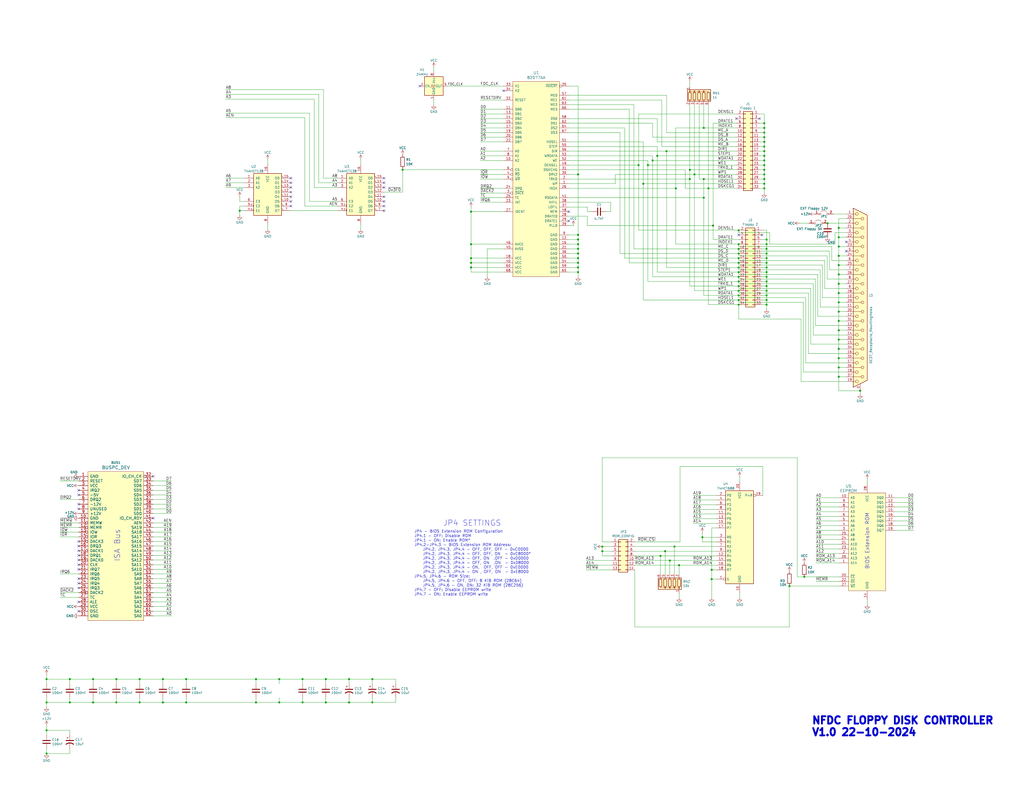
<source format=kicad_sch>
(kicad_sch (version 20231120) (generator "eeschema") (generator_version "8.0")
  (paper "C")
  (title_block (title "ISA8 Floppy Disk Controller") (date "2024-10-22") (rev "1.0"))
  (lib_symbols
    (symbol "74xx:74LS138" (pin_names (offset 1.016))
      (property "Reference" "U" (at -7.62 11.43 0))
      (property "Value" "74LS138" (at -7.62 -13.97 0))
      (symbol "74LS138_1_0"
        (pin input line (at -12.7 7.62 0) (length 5.08) (name "A0") (number "1"))
        (pin output output_low (at 12.7 -5.08 180) (length 5.08) (name "O5") (number "10"))
        (pin output output_low (at 12.7 -2.54 180) (length 5.08) (name "O4") (number "11"))
        (pin output output_low (at 12.7 0 180) (length 5.08) (name "O3") (number "12"))
        (pin output output_low (at 12.7 2.54 180) (length 5.08) (name "O2") (number "13"))
        (pin output output_low (at 12.7 5.08 180) (length 5.08) (name "O1") (number "14"))
        (pin output output_low (at 12.7 7.62 180) (length 5.08) (name "O0") (number "15"))
        (pin power_in line (at 0 15.24 270) (length 5.08) (name "VCC") (number "16"))
        (pin input line (at -12.7 5.08 0) (length 5.08) (name "A1") (number "2"))
        (pin input line (at -12.7 2.54 0) (length 5.08) (name "A2") (number "3"))
        (pin input input_low (at -12.7 -10.16 0) (length 5.08) (name "E1") (number "4"))
        (pin input input_low (at -12.7 -7.62 0) (length 5.08) (name "E2") (number "5"))
        (pin input line (at -12.7 -5.08 0) (length 5.08) (name "E3") (number "6"))
        (pin output output_low (at 12.7 -10.16 180) (length 5.08) (name "O7") (number "7"))
        (pin power_in line (at 0 -17.78 90) (length 5.08) (name "GND") (number "8"))
        (pin output output_low (at 12.7 -7.62 180) (length 5.08) (name "O6") (number "9"))
      )
    )
    (symbol "74xx:74LS688"
      (property "Reference" "U" (at -7.62 26.67 0))
      (property "Value" "74LS688" (at -7.62 -26.67 0))
      (symbol "74LS688_1_0"
        (pin input inverted (at -12.7 -22.86 0) (length 5.08) (name "G") (number "1"))
        (pin power_in line (at 0 -30.48 90) (length 5.08) (name "GND") (number "10"))
        (pin input line (at -12.7 12.7 0) (length 5.08) (name "P4") (number "11"))
        (pin input line (at -12.7 -10.16 0) (length 5.08) (name "R4") (number "12"))
        (pin input line (at -12.7 10.16 0) (length 5.08) (name "P5") (number "13"))
        (pin input line (at -12.7 -12.7 0) (length 5.08) (name "R5") (number "14"))
        (pin input line (at -12.7 7.62 0) (length 5.08) (name "P6") (number "15"))
        (pin input line (at -12.7 -15.24 0) (length 5.08) (name "R6") (number "16"))
        (pin input line (at -12.7 5.08 0) (length 5.08) (name "P7") (number "17"))
        (pin input line (at -12.7 -17.78 0) (length 5.08) (name "R7") (number "18"))
        (pin output inverted (at 12.7 22.86 180) (length 5.08) (name "P=R") (number "19"))
        (pin input line (at -12.7 22.86 0) (length 5.08) (name "P0") (number "2"))
        (pin power_in line (at 0 30.48 270) (length 5.08) (name "VCC") (number "20"))
        (pin input line (at -12.7 0 0) (length 5.08) (name "R0") (number "3"))
        (pin input line (at -12.7 20.32 0) (length 5.08) (name "P1") (number "4"))
        (pin input line (at -12.7 -2.54 0) (length 5.08) (name "R1") (number "5"))
        (pin input line (at -12.7 17.78 0) (length 5.08) (name "P2") (number "6"))
        (pin input line (at -12.7 -5.08 0) (length 5.08) (name "R2") (number "7"))
        (pin input line (at -12.7 15.24 0) (length 5.08) (name "P3") (number "8"))
        (pin input line (at -12.7 -7.62 0) (length 5.08) (name "R3") (number "9"))
      )
    )
    (symbol "Connector:DC37_Receptacle_MountingHoles" (pin_names (offset 1.016) hide)
      (property "Reference" "J" (at 0 52.07 0))
      (property "Value" "DC37_Receptacle_MountingHoles" (at 0 50.165 0))
      (symbol "DC37_Receptacle_MountingHoles_1_1"
        (pin passive line (at 0 -50.8 90) (length 3.81) (name "PAD") (number "0"))
        (pin passive line (at -7.62 45.72 0) (length 3.81) (name "1") (number "1"))
        (pin passive line (at -7.62 0 0) (length 3.81) (name "10") (number "10"))
        (pin passive line (at -7.62 -5.08 0) (length 3.81) (name "11") (number "11"))
        (pin passive line (at -7.62 -10.16 0) (length 3.81) (name "12") (number "12"))
        (pin passive line (at -7.62 -15.24 0) (length 3.81) (name "13") (number "13"))
        (pin passive line (at -7.62 -20.32 0) (length 3.81) (name "14") (number "14"))
        (pin passive line (at -7.62 -25.4 0) (length 3.81) (name "15") (number "15"))
        (pin passive line (at -7.62 -30.48 0) (length 3.81) (name "16") (number "16"))
        (pin passive line (at -7.62 -35.56 0) (length 3.81) (name "17") (number "17"))
        (pin passive line (at -7.62 -40.64 0) (length 3.81) (name "18") (number "18"))
        (pin passive line (at -7.62 -45.72 0) (length 3.81) (name "19") (number "19"))
        (pin passive line (at -7.62 40.64 0) (length 3.81) (name "2") (number "2"))
        (pin passive line (at -7.62 43.18 0) (length 3.81) (name "20") (number "20"))
        (pin passive line (at -7.62 38.1 0) (length 3.81) (name "21") (number "21"))
        (pin passive line (at -7.62 33.02 0) (length 3.81) (name "22") (number "22"))
        (pin passive line (at -7.62 27.94 0) (length 3.81) (name "23") (number "23"))
        (pin passive line (at -7.62 22.86 0) (length 3.81) (name "24") (number "24"))
        (pin passive line (at -7.62 17.78 0) (length 3.81) (name "25") (number "25"))
        (pin passive line (at -7.62 12.7 0) (length 3.81) (name "26") (number "26"))
        (pin passive line (at -7.62 7.62 0) (length 3.81) (name "27") (number "27"))
        (pin passive line (at -7.62 2.54 0) (length 3.81) (name "28") (number "28"))
        (pin passive line (at -7.62 -2.54 0) (length 3.81) (name "29") (number "29"))
        (pin passive line (at -7.62 35.56 0) (length 3.81) (name "3") (number "3"))
        (pin passive line (at -7.62 -7.62 0) (length 3.81) (name "30") (number "30"))
        (pin passive line (at -7.62 -12.7 0) (length 3.81) (name "31") (number "31"))
        (pin passive line (at -7.62 -17.78 0) (length 3.81) (name "32") (number "32"))
        (pin passive line (at -7.62 -22.86 0) (length 3.81) (name "33") (number "33"))
        (pin passive line (at -7.62 -27.94 0) (length 3.81) (name "34") (number "34"))
        (pin passive line (at -7.62 -33.02 0) (length 3.81) (name "35") (number "35"))
        (pin passive line (at -7.62 -38.1 0) (length 3.81) (name "36") (number "36"))
        (pin passive line (at -7.62 -43.18 0) (length 3.81) (name "37") (number "37"))
        (pin passive line (at -7.62 30.48 0) (length 3.81) (name "4") (number "4"))
        (pin passive line (at -7.62 25.4 0) (length 3.81) (name "5") (number "5"))
        (pin passive line (at -7.62 20.32 0) (length 3.81) (name "6") (number "6"))
        (pin passive line (at -7.62 15.24 0) (length 3.81) (name "7") (number "7"))
        (pin passive line (at -7.62 10.16 0) (length 3.81) (name "8") (number "8"))
        (pin passive line (at -7.62 5.08 0) (length 3.81) (name "9") (number "9"))
      )
    )
    (symbol "Connector_Generic:Conn_02x07_Odd_Even" (pin_names (offset 1.016) hide)
      (property "Reference" "J" (at 1.27 10.16 0))
      (property "Value" "Conn_02x07_Odd_Even" (at 1.27 -10.16 0))
      (symbol "Conn_02x07_Odd_Even_1_1"
        (pin passive line (at -5.08 7.62 0) (length 3.81) (name "Pin_1") (number "1"))
        (pin passive line (at 7.62 -2.54 180) (length 3.81) (name "Pin_10") (number "10"))
        (pin passive line (at -5.08 -5.08 0) (length 3.81) (name "Pin_11") (number "11"))
        (pin passive line (at 7.62 -5.08 180) (length 3.81) (name "Pin_12") (number "12"))
        (pin passive line (at -5.08 -7.62 0) (length 3.81) (name "Pin_13") (number "13"))
        (pin passive line (at 7.62 -7.62 180) (length 3.81) (name "Pin_14") (number "14"))
        (pin passive line (at 7.62 7.62 180) (length 3.81) (name "Pin_2") (number "2"))
        (pin passive line (at -5.08 5.08 0) (length 3.81) (name "Pin_3") (number "3"))
        (pin passive line (at 7.62 5.08 180) (length 3.81) (name "Pin_4") (number "4"))
        (pin passive line (at -5.08 2.54 0) (length 3.81) (name "Pin_5") (number "5"))
        (pin passive line (at 7.62 2.54 180) (length 3.81) (name "Pin_6") (number "6"))
        (pin passive line (at -5.08 0 0) (length 3.81) (name "Pin_7") (number "7"))
        (pin passive line (at 7.62 0 180) (length 3.81) (name "Pin_8") (number "8"))
        (pin passive line (at -5.08 -2.54 0) (length 3.81) (name "Pin_9") (number "9"))
      )
    )
    (symbol "Connector_Generic:Conn_02x17_Odd_Even" (pin_names (offset 1.016) hide)
      (property "Reference" "J" (at 1.27 22.86 0))
      (property "Value" "Conn_02x17_Odd_Even" (at 1.27 -22.86 0))
      (symbol "Conn_02x17_Odd_Even_1_1"
        (pin passive line (at -5.08 20.32 0) (length 3.81) (name "Pin_1") (number "1"))
        (pin passive line (at 7.62 10.16 180) (length 3.81) (name "Pin_10") (number "10"))
        (pin passive line (at -5.08 7.62 0) (length 3.81) (name "Pin_11") (number "11"))
        (pin passive line (at 7.62 7.62 180) (length 3.81) (name "Pin_12") (number "12"))
        (pin passive line (at -5.08 5.08 0) (length 3.81) (name "Pin_13") (number "13"))
        (pin passive line (at 7.62 5.08 180) (length 3.81) (name "Pin_14") (number "14"))
        (pin passive line (at -5.08 2.54 0) (length 3.81) (name "Pin_15") (number "15"))
        (pin passive line (at 7.62 2.54 180) (length 3.81) (name "Pin_16") (number "16"))
        (pin passive line (at -5.08 0 0) (length 3.81) (name "Pin_17") (number "17"))
        (pin passive line (at 7.62 0 180) (length 3.81) (name "Pin_18") (number "18"))
        (pin passive line (at -5.08 -2.54 0) (length 3.81) (name "Pin_19") (number "19"))
        (pin passive line (at 7.62 20.32 180) (length 3.81) (name "Pin_2") (number "2"))
        (pin passive line (at 7.62 -2.54 180) (length 3.81) (name "Pin_20") (number "20"))
        (pin passive line (at -5.08 -5.08 0) (length 3.81) (name "Pin_21") (number "21"))
        (pin passive line (at 7.62 -5.08 180) (length 3.81) (name "Pin_22") (number "22"))
        (pin passive line (at -5.08 -7.62 0) (length 3.81) (name "Pin_23") (number "23"))
        (pin passive line (at 7.62 -7.62 180) (length 3.81) (name "Pin_24") (number "24"))
        (pin passive line (at -5.08 -10.16 0) (length 3.81) (name "Pin_25") (number "25"))
        (pin passive line (at 7.62 -10.16 180) (length 3.81) (name "Pin_26") (number "26"))
        (pin passive line (at -5.08 -12.7 0) (length 3.81) (name "Pin_27") (number "27"))
        (pin passive line (at 7.62 -12.7 180) (length 3.81) (name "Pin_28") (number "28"))
        (pin passive line (at -5.08 -15.24 0) (length 3.81) (name "Pin_29") (number "29"))
        (pin passive line (at -5.08 17.78 0) (length 3.81) (name "Pin_3") (number "3"))
        (pin passive line (at 7.62 -15.24 180) (length 3.81) (name "Pin_30") (number "30"))
        (pin passive line (at -5.08 -17.78 0) (length 3.81) (name "Pin_31") (number "31"))
        (pin passive line (at 7.62 -17.78 180) (length 3.81) (name "Pin_32") (number "32"))
        (pin passive line (at -5.08 -20.32 0) (length 3.81) (name "Pin_33") (number "33"))
        (pin passive line (at 7.62 -20.32 180) (length 3.81) (name "Pin_34") (number "34"))
        (pin passive line (at 7.62 17.78 180) (length 3.81) (name "Pin_4") (number "4"))
        (pin passive line (at -5.08 15.24 0) (length 3.81) (name "Pin_5") (number "5"))
        (pin passive line (at 7.62 15.24 180) (length 3.81) (name "Pin_6") (number "6"))
        (pin passive line (at -5.08 12.7 0) (length 3.81) (name "Pin_7") (number "7"))
        (pin passive line (at 7.62 12.7 180) (length 3.81) (name "Pin_8") (number "8"))
        (pin passive line (at -5.08 10.16 0) (length 3.81) (name "Pin_9") (number "9"))
      )
    )
    (symbol "Device:C" (pin_numbers hide) (pin_names (offset 0.254))
      (property "Reference" "C" (at 0.635 2.54 0))
      (property "Value" "C" (at 0.635 -2.54 0))
      (symbol "C_1_1"
        (pin passive line (at 0 3.81 270) (length 2.794) (name "~") (number "1"))
        (pin passive line (at 0 -3.81 90) (length 2.794) (name "~") (number "2"))
      )
    )
    (symbol "Device:R" (pin_numbers hide) (pin_names (offset 0))
      (property "Reference" "R" (at 2.032 0 90))
      (property "Value" "R" (at 0 0 90))
      (symbol "R_1_1"
        (pin passive line (at 0 3.81 270) (length 1.27) (name "~") (number "1"))
        (pin passive line (at 0 -3.81 90) (length 1.27) (name "~") (number "2"))
      )
    )
    (symbol "Device:R_Network05" (pin_names (offset 0) hide)
      (property "Reference" "RN" (at -7.62 0 90))
      (property "Value" "R_Network05" (at 7.62 0 90))
      (symbol "R_Network05_1_1"
        (pin passive line (at -5.08 5.08 270) (length 2.54) (name "common") (number "1"))
        (pin passive line (at -5.08 -5.08 90) (length 1.27) (name "R1") (number "2"))
        (pin passive line (at -2.54 -5.08 90) (length 1.27) (name "R2") (number "3"))
        (pin passive line (at 0 -5.08 90) (length 1.27) (name "R3") (number "4"))
        (pin passive line (at 2.54 -5.08 90) (length 1.27) (name "R4") (number "5"))
        (pin passive line (at 5.08 -5.08 90) (length 1.27) (name "R5") (number "6"))
      )
    )
    (symbol "Jumper:Jumper_2_Open" (pin_names (offset 0) hide)
      (property "Reference" "JP" (at 0 2.794 0))
      (property "Value" "Jumper_2_Open" (at 0 -2.286 0))
      (symbol "Jumper_2_Open_1_1"
        (pin passive line (at -5.08 0 0) (length 2.54) (name "A") (number "1"))
        (pin passive line (at 5.08 0 180) (length 2.54) (name "B") (number "2"))
      )
    )
    (symbol "Oscillator:CXO_DIP8" (pin_names (offset 0.254))
      (property "Reference" "X" (at -5.08 6.35 0))
      (property "Value" "CXO_DIP8" (at 1.27 -6.35 0))
      (symbol "CXO_DIP8_1_1"
        (pin input line (at -7.62 0 0) (length 2.54) (name "EN") (number "1"))
        (pin power_in line (at 0 -7.62 90) (length 2.54) (name "GND") (number "4"))
        (pin output line (at 7.62 0 180) (length 2.54) (name "OUT") (number "5"))
        (pin power_in line (at 0 7.62 270) (length 2.54) (name "Vcc") (number "8"))
      )
    )
    (symbol "isa_monster_fdc-rescue:28C256-my_components" (pin_names (offset 1.016))
      (property "Reference" "U" (at -10.16 30.48 0))
      (property "Value" "28C256-my_components" (at -10.16 27.94 0))
      (symbol "28C256-my_components_1_1"
        (pin input line (at -15.24 -11.43 0) (length 5.08) (name "A14") (number "1"))
        (pin input line (at -15.24 24.13 0) (length 5.08) (name "A0") (number "10"))
        (pin bidirectional line (at 15.24 24.13 180) (length 5.08) (name "DQ0") (number "11"))
        (pin bidirectional line (at 15.24 21.59 180) (length 5.08) (name "DQ1") (number "12"))
        (pin bidirectional line (at 15.24 19.05 180) (length 5.08) (name "DQ2") (number "13"))
        (pin power_in line (at 0 -31.75 90) (length 5.08) (name "GND") (number "14"))
        (pin bidirectional line (at 15.24 16.51 180) (length 5.08) (name "DQ3") (number "15"))
        (pin bidirectional line (at 15.24 13.97 180) (length 5.08) (name "DQ4") (number "16"))
        (pin bidirectional line (at 15.24 11.43 180) (length 5.08) (name "DQ5") (number "17"))
        (pin bidirectional line (at 15.24 8.89 180) (length 5.08) (name "DQ6") (number "18"))
        (pin bidirectional line (at 15.24 6.35 180) (length 5.08) (name "DQ7") (number "19"))
        (pin input line (at -15.24 -6.35 0) (length 5.08) (name "A12") (number "2"))
        (pin input line (at -15.24 -19.05 0) (length 5.08) (name "~{CE}") (number "20"))
        (pin input line (at -15.24 -1.27 0) (length 5.08) (name "A10") (number "21"))
        (pin input line (at -15.24 -21.59 0) (length 5.08) (name "~{OE}") (number "22"))
        (pin input line (at -15.24 -3.81 0) (length 5.08) (name "A11") (number "23"))
        (pin input line (at -15.24 1.27 0) (length 5.08) (name "A9") (number "24"))
        (pin input line (at -15.24 3.81 0) (length 5.08) (name "A8") (number "25"))
        (pin input line (at -15.24 -8.89 0) (length 5.08) (name "A13") (number "26"))
        (pin input line (at -15.24 -24.13 0) (length 5.08) (name "~{WE}") (number "27"))
        (pin power_in line (at 0 31.75 270) (length 5.08) (name "VCC") (number "28"))
        (pin input line (at -15.24 6.35 0) (length 5.08) (name "A7") (number "3"))
        (pin input line (at -15.24 8.89 0) (length 5.08) (name "A6") (number "4"))
        (pin input line (at -15.24 11.43 0) (length 5.08) (name "A5") (number "5"))
        (pin input line (at -15.24 13.97 0) (length 5.08) (name "A4") (number "6"))
        (pin input line (at -15.24 16.51 0) (length 5.08) (name "A3") (number "7"))
        (pin input line (at -15.24 19.05 0) (length 5.08) (name "A2") (number "8"))
        (pin input line (at -15.24 21.59 0) (length 5.08) (name "A1") (number "9"))
      )
    )
    (symbol "isa_monster_fdc-rescue:82077AA-my_components" (pin_names (offset 1.016))
      (property "Reference" "U?" (at -12.7 44.45 0))
      (property "Value" "82077AA-my_components" (at -12.7 41.91 0))
      (symbol "82077AA-my_components_1_1"
        (pin input line (at 17.78 -15.24 180) (length 5.08) (name "WP") (number "1"))
        (pin input line (at -17.78 -2.54 0) (length 5.08) (name "A2") (number "10"))
        (pin tri_state line (at -17.78 25.4 0) (length 5.08) (name "DB0") (number "11"))
        (pin power_in line (at 17.78 -45.72 180) (length 5.08) (name "GND") (number "12"))
        (pin tri_state line (at -17.78 22.86 0) (length 5.08) (name "DB1") (number "13"))
        (pin tri_state line (at -17.78 20.32 0) (length 5.08) (name "DB2") (number "14"))
        (pin tri_state line (at -17.78 17.78 0) (length 5.08) (name "DB3") (number "15"))
        (pin power_in line (at 17.78 -48.26 180) (length 5.08) (name "GND") (number "16"))
        (pin tri_state line (at -17.78 15.24 0) (length 5.08) (name "DB4") (number "17"))
        (pin power_in line (at -17.78 -55.88 0) (length 5.08) (name "VCC") (number "18"))
        (pin tri_state line (at -17.78 12.7 0) (length 5.08) (name "DB5") (number "19"))
        (pin input line (at 17.78 -12.7 180) (length 5.08) (name "TRK0") (number "2"))
        (pin tri_state line (at -17.78 10.16 0) (length 5.08) (name "DB6") (number "20"))
        (pin power_in line (at 17.78 -50.8 180) (length 5.08) (name "GND") (number "21"))
        (pin tri_state line (at -17.78 7.62 0) (length 5.08) (name "DB7") (number "22"))
        (pin open_collector line (at -17.78 -25.4 0) (length 5.08) (name "INT") (number "23"))
        (pin open_collector line (at -17.78 -17.78 0) (length 5.08) (name "DRQ") (number "24"))
        (pin input line (at -17.78 -22.86 0) (length 5.08) (name "TC") (number "25"))
        (pin input line (at 17.78 -17.78 180) (length 5.08) (name "INDX") (number "26"))
        (pin input line (at -17.78 -30.48 0) (length 5.08) (name "IDENT") (number "27"))
        (pin output line (at 17.78 -33.02 180) (length 5.08) (name "DRATE0") (number "28"))
        (pin output line (at 17.78 -35.56 180) (length 5.08) (name "DRATE1") (number "29"))
        (pin input inverted (at -17.78 -20.32 0) (length 5.08) (name "~{DACK}") (number "3"))
        (pin input line (at 17.78 -10.16 180) (length 5.08) (name "DRV2") (number "30"))
        (pin input line (at 17.78 -7.62 180) (length 5.08) (name "DSKCHG") (number "31"))
        (pin input line (at -17.78 30.48 0) (length 5.08) (name "RESET") (number "32"))
        (pin input line (at -17.78 38.1 0) (length 5.08) (name "X1") (number "33"))
        (pin input line (at -17.78 35.56 0) (length 5.08) (name "X2") (number "34"))
        (pin input inverted (at 17.78 38.1 180) (length 5.08) (name "~{INVERT}") (number "35"))
        (pin power_in line (at 17.78 -53.34 180) (length 5.08) (name "GND") (number "36"))
        (pin input line (at 17.78 -27.94 180) (length 5.08) (name "LOFIL") (number "37"))
        (pin input line (at 17.78 -25.4 180) (length 5.08) (name "HIFIL") (number "38"))
        (pin input line (at 17.78 -38.1 180) (length 5.08) (name "PLL0") (number "39"))
        (pin input inverted (at -17.78 -10.16 0) (length 5.08) (name "~{RD}") (number "4"))
        (pin power_in line (at -17.78 -58.42 0) (length 5.08) (name "VCC") (number "40"))
        (pin input line (at 17.78 -22.86 180) (length 5.08) (name "RDDATA") (number "41"))
        (pin no_connect line (at -11.43 -35.56 0) (length 0) hide (name "NC") (number "42"))
        (pin no_connect line (at -11.43 -38.1 0) (length 0) hide (name "NC") (number "43"))
        (pin no_connect line (at -11.43 -40.64 0) (length 0) hide (name "NC") (number "44"))
        (pin power_in line (at -17.78 -50.8 0) (length 5.08) (name "AVSS") (number "45"))
        (pin power_in line (at -17.78 -48.26 0) (length 5.08) (name "AVCC") (number "46"))
        (pin no_connect line (at -11.43 -43.18 0) (length 0) hide (name "NC") (number "47"))
        (pin input line (at 17.78 -30.48 180) (length 5.08) (name "MFM") (number "48"))
        (pin output line (at 17.78 -5.08 180) (length 5.08) (name "DENSEL") (number "49"))
        (pin input inverted (at -17.78 -12.7 0) (length 5.08) (name "~{WR}") (number "5"))
        (pin power_in line (at 17.78 -55.88 180) (length 5.08) (name "GND") (number "50"))
        (pin output line (at 17.78 7.62 180) (length 5.08) (name "HDSEL") (number "51"))
        (pin output line (at 17.78 -2.54 180) (length 5.08) (name "WE") (number "52"))
        (pin output line (at 17.78 0 180) (length 5.08) (name "WRDATA") (number "53"))
        (pin power_in line (at 17.78 -58.42 180) (length 5.08) (name "GND") (number "54"))
        (pin output line (at 17.78 5.08 180) (length 5.08) (name "STEP") (number "55"))
        (pin output line (at 17.78 2.54 180) (length 5.08) (name "DIR") (number "56"))
        (pin output line (at 17.78 33.02 180) (length 5.08) (name "ME0") (number "57"))
        (pin output line (at 17.78 20.32 180) (length 5.08) (name "DS0") (number "58"))
        (pin power_in line (at 17.78 -60.96 180) (length 5.08) (name "GND") (number "59"))
        (pin input inverted (at -17.78 -7.62 0) (length 5.08) (name "CS") (number "6"))
        (pin power_in line (at -17.78 -60.96 0) (length 5.08) (name "VCC") (number "60"))
        (pin output line (at 17.78 30.48 180) (length 5.08) (name "ME1") (number "61"))
        (pin output line (at 17.78 17.78 180) (length 5.08) (name "DS1") (number "62"))
        (pin output line (at 17.78 27.94 180) (length 5.08) (name "ME2") (number "63"))
        (pin output line (at 17.78 15.24 180) (length 5.08) (name "DS2") (number "64"))
        (pin power_in line (at 17.78 -63.5 180) (length 5.08) (name "GND") (number "65"))
        (pin output line (at 17.78 25.4 180) (length 5.08) (name "ME3") (number "66"))
        (pin output line (at 17.78 12.7 180) (length 5.08) (name "DS3") (number "67"))
        (pin power_in line (at -17.78 -63.5 0) (length 5.08) (name "VCC") (number "68"))
        (pin input line (at -17.78 2.54 0) (length 5.08) (name "A0") (number "7"))
        (pin input line (at -17.78 0 0) (length 5.08) (name "A1") (number "8"))
        (pin power_in line (at 17.78 -43.18 180) (length 5.08) (name "GND") (number "9"))
      )
    )
    (symbol "isa_monster_fdc-rescue:BUSPC_DEV-my_components" (pin_names (offset 1.016))
      (property "Reference" "BUS" (at -15.24 41.91 0))
      (property "Value" "BUSPC_DEV-my_components" (at -15.24 -41.91 0))
      (symbol "BUSPC_DEV-my_components_1_1"
        (pin power_out line (at -20.32 38.1 0) (length 5.08) (name "GND") (number "1"))
        (pin power_in line (at -20.32 15.24 0) (length 5.08) (name "GND") (number "10"))
        (pin output inverted (at -20.32 12.7 0) (length 5.08) (name "MEMW") (number "11"))
        (pin output inverted (at -20.32 10.16 0) (length 5.08) (name "MEMR") (number "12"))
        (pin output inverted (at -20.32 7.62 0) (length 5.08) (name "IOW") (number "13"))
        (pin output inverted (at -20.32 5.08 0) (length 5.08) (name "IOR") (number "14"))
        (pin output inverted (at -20.32 2.54 0) (length 5.08) (name "DACK3") (number "15"))
        (pin input line (at -20.32 0 0) (length 5.08) (name "DRQ3") (number "16"))
        (pin output inverted (at -20.32 -2.54 0) (length 5.08) (name "DACK1") (number "17"))
        (pin input line (at -20.32 -5.08 0) (length 5.08) (name "DRQ1") (number "18"))
        (pin output inverted (at -20.32 -7.62 0) (length 5.08) (name "DACK0") (number "19"))
        (pin output line (at -20.32 35.56 0) (length 5.08) (name "RESET") (number "2"))
        (pin output line (at -20.32 -10.16 0) (length 5.08) (name "CLK") (number "20"))
        (pin input line (at -20.32 -12.7 0) (length 5.08) (name "IRQ7") (number "21"))
        (pin input line (at -20.32 -15.24 0) (length 5.08) (name "IRQ6") (number "22"))
        (pin input line (at -20.32 -17.78 0) (length 5.08) (name "IRQ5") (number "23"))
        (pin input line (at -20.32 -20.32 0) (length 5.08) (name "IRQ4") (number "24"))
        (pin input line (at -20.32 -22.86 0) (length 5.08) (name "IRQ3") (number "25"))
        (pin output inverted (at -20.32 -25.4 0) (length 5.08) (name "DACK2") (number "26"))
        (pin output line (at -20.32 -27.94 0) (length 5.08) (name "TC") (number "27"))
        (pin output line (at -20.32 -30.48 0) (length 5.08) (name "ALE") (number "28"))
        (pin power_in line (at -20.32 -33.02 0) (length 5.08) (name "VCC") (number "29"))
        (pin power_out line (at -20.32 33.02 0) (length 5.08) (name "VCC") (number "3"))
        (pin output line (at -20.32 -35.56 0) (length 5.08) (name "OSC") (number "30"))
        (pin power_in line (at -20.32 -38.1 0) (length 5.08) (name "GND") (number "31"))
        (pin input inverted (at 20.32 38.1 180) (length 5.08) (name "IO_CH_CK") (number "32"))
        (pin bidirectional line (at 20.32 35.56 180) (length 5.08) (name "SD7") (number "33"))
        (pin bidirectional line (at 20.32 33.02 180) (length 5.08) (name "SD6") (number "34"))
        (pin bidirectional line (at 20.32 30.48 180) (length 5.08) (name "SD5") (number "35"))
        (pin bidirectional line (at 20.32 27.94 180) (length 5.08) (name "SD4") (number "36"))
        (pin bidirectional line (at 20.32 25.4 180) (length 5.08) (name "SD3") (number "37"))
        (pin bidirectional line (at 20.32 22.86 180) (length 5.08) (name "SD2") (number "38"))
        (pin bidirectional line (at 20.32 20.32 180) (length 5.08) (name "SD1") (number "39"))
        (pin input line (at -20.32 30.48 0) (length 5.08) (name "IRQ2") (number "4"))
        (pin bidirectional line (at 20.32 17.78 180) (length 5.08) (name "SD0") (number "40"))
        (pin input line (at 20.32 15.24 180) (length 5.08) (name "IO_CH_RDY") (number "41"))
        (pin output line (at 20.32 12.7 180) (length 5.08) (name "AEN") (number "42"))
        (pin output line (at 20.32 10.16 180) (length 5.08) (name "SA19") (number "43"))
        (pin output line (at 20.32 7.62 180) (length 5.08) (name "SA18") (number "44"))
        (pin output line (at 20.32 5.08 180) (length 5.08) (name "SA17") (number "45"))
        (pin output line (at 20.32 2.54 180) (length 5.08) (name "SA16") (number "46"))
        (pin output line (at 20.32 0 180) (length 5.08) (name "SA15") (number "47"))
        (pin output line (at 20.32 -2.54 180) (length 5.08) (name "SA14") (number "48"))
        (pin output line (at 20.32 -5.08 180) (length 5.08) (name "SA13") (number "49"))
        (pin power_out line (at -20.32 27.94 0) (length 5.08) (name "-5V") (number "5"))
        (pin output line (at 20.32 -7.62 180) (length 5.08) (name "SA12") (number "50"))
        (pin output line (at 20.32 -10.16 180) (length 5.08) (name "SA11") (number "51"))
        (pin output line (at 20.32 -12.7 180) (length 5.08) (name "SA10") (number "52"))
        (pin output line (at 20.32 -15.24 180) (length 5.08) (name "SA9") (number "53"))
        (pin output line (at 20.32 -17.78 180) (length 5.08) (name "SA8") (number "54"))
        (pin output line (at 20.32 -20.32 180) (length 5.08) (name "SA7") (number "55"))
        (pin output line (at 20.32 -22.86 180) (length 5.08) (name "SA6") (number "56"))
        (pin output line (at 20.32 -25.4 180) (length 5.08) (name "SA5") (number "57"))
        (pin output line (at 20.32 -27.94 180) (length 5.08) (name "SA4") (number "58"))
        (pin output line (at 20.32 -30.48 180) (length 5.08) (name "SA3") (number "59"))
        (pin input line (at -20.32 25.4 0) (length 5.08) (name "DRQ2") (number "6"))
        (pin output line (at 20.32 -33.02 180) (length 5.08) (name "SA2") (number "60"))
        (pin output line (at 20.32 -35.56 180) (length 5.08) (name "SA1") (number "61"))
        (pin output line (at 20.32 -38.1 180) (length 5.08) (name "SA0") (number "62"))
        (pin power_out line (at -20.32 22.86 0) (length 5.08) (name "-12V") (number "7"))
        (pin passive line (at -20.32 20.32 0) (length 5.08) (name "UNUSED") (number "8"))
        (pin power_out line (at -20.32 17.78 0) (length 5.08) (name "+12V") (number "9"))
      )
    )
    (symbol "isa_monster_fdc-rescue:CP1-Device" (pin_numbers hide) (pin_names (offset 0.254) hide)
      (property "Reference" "C" (at 0.635 2.54 0))
      (property "Value" "Device_CP1" (at 0.635 -2.54 0))
      (symbol "CP1-Device_1_1"
        (pin passive line (at 0 3.81 270) (length 2.794) (name "~") (number "1"))
        (pin passive line (at 0 -3.81 90) (length 3.302) (name "~") (number "2"))
      )
    )
    (symbol "power:+12V" (power) (pin_names (offset 0))
      (property "Value" "+12V" (at 0 3.556 0))
      (symbol "+12V_1_1"
        (pin power_in line (at 0 0 90) (length 0) hide (name "+12V") (number "1"))
      )
    )
    (symbol "power:GND" (power) (pin_names (offset 0))
      (property "Value" "GND" (at 0 -3.81 0))
      (symbol "GND_1_1"
        (pin power_in line (at 0 0 270) (length 0) hide (name "GND") (number "1"))
      )
    )
    (symbol "power:VCC" (power) (pin_names (offset 0))
      (property "Value" "VCC" (at 0 3.81 0))
      (symbol "VCC_1_1"
        (pin power_in line (at 0 0 90) (length 0) hide (name "VCC") (number "1"))
      )
    )
  )
  (junction (at 315.468 128.27))
  (junction (at 418.338 143.51))
  (junction (at 384.048 97.79))
  (junction (at 351.028 100.33))
  (junction (at 365.506 306.07))
  (junction (at 88.9 383.54))
  (junction (at 418.338 153.67))
  (junction (at 417.068 67.31))
  (junction (at 376.428 97.79))
  (junction (at 88.9 370.84))
  (junction (at 177.8 370.84))
  (junction (at 152.4 383.54))
  (junction (at 403.098 125.73))
  (junction (at 219.71 92.71))
  (junction (at 418.338 163.83))
  (junction (at 165.1 383.54))
  (junction (at 418.338 158.75))
  (junction (at 315.468 95.25))
  (junction (at 360.426 303.53))
  (junction (at 403.098 156.21))
  (junction (at 368.808 102.87))
  (junction (at 451.612 121.92))
  (junction (at 418.338 151.13))
  (junction (at 417.068 77.47))
  (junction (at 315.468 138.43))
  (junction (at 457.708 175.26))
  (junction (at 63.5 370.84))
  (junction (at 457.708 170.18))
  (junction (at 457.708 200.66))
  (junction (at 25.4 383.54))
  (junction (at 403.098 133.35))
  (junction (at 257.048 140.97))
  (junction (at 358.648 85.09))
  (junction (at 417.068 92.71))
  (junction (at 63.5 383.54))
  (junction (at 403.098 143.51))
  (junction (at 165.1 370.84))
  (junction (at 403.098 166.37))
  (junction (at 315.468 140.97))
  (junction (at 388.366 311.15))
  (junction (at 386.588 102.87))
  (junction (at 403.098 135.89))
  (junction (at 353.568 90.17))
  (junction (at 257.048 115.57))
  (junction (at 152.4 370.84))
  (junction (at 457.708 185.42))
  (junction (at 315.468 135.89))
  (junction (at 139.7 370.84))
  (junction (at 363.728 82.55))
  (junction (at 457.708 129.54))
  (junction (at 362.966 300.99))
  (junction (at 370.586 308.61))
  (junction (at 417.068 97.79))
  (junction (at 383.286 293.37))
  (junction (at 50.8 370.84))
  (junction (at 417.068 82.55))
  (junction (at 356.108 87.63))
  (junction (at 457.708 124.46))
  (junction (at 25.4 398.78))
  (junction (at 101.6 370.84))
  (junction (at 403.098 138.43))
  (junction (at 38.1 383.54))
  (junction (at 403.098 151.13))
  (junction (at 403.098 158.75))
  (junction (at 101.6 383.54))
  (junction (at 457.708 139.7))
  (junction (at 315.468 133.35))
  (junction (at 38.1 370.84))
  (junction (at 368.046 298.45))
  (junction (at 457.708 149.86))
  (junction (at 418.338 133.35))
  (junction (at 418.338 130.81))
  (junction (at 139.7 383.54))
  (junction (at 203.2 370.84))
  (junction (at 348.488 90.17))
  (junction (at 177.8 383.54))
  (junction (at 403.098 153.67))
  (junction (at 388.366 316.23))
  (junction (at 328.676 298.45))
  (junction (at 457.708 165.1))
  (junction (at 257.048 146.05))
  (junction (at 418.338 146.05))
  (junction (at 384.048 107.95))
  (junction (at 430.784 320.04))
  (junction (at 257.048 133.35))
  (junction (at 457.708 134.62))
  (junction (at 76.2 383.54))
  (junction (at 457.708 160.02))
  (junction (at 417.068 100.33))
  (junction (at 25.4 370.84))
  (junction (at 469.392 213.36))
  (junction (at 417.068 72.39))
  (junction (at 418.338 148.59))
  (junction (at 376.428 92.71))
  (junction (at 417.068 85.09))
  (junction (at 130.81 115.062))
  (junction (at 417.068 74.93))
  (junction (at 50.8 383.54))
  (junction (at 190.5 383.54))
  (junction (at 76.2 370.84))
  (junction (at 190.5 370.84))
  (junction (at 418.338 138.43))
  (junction (at 417.068 69.85))
  (junction (at 457.708 180.34))
  (junction (at 257.048 143.51))
  (junction (at 417.068 80.01))
  (junction (at 203.2 383.54))
  (junction (at 378.968 95.25))
  (junction (at 417.068 87.63))
  (junction (at 315.468 146.05))
  (junction (at 418.338 135.89))
  (junction (at 25.4 411.48))
  (junction (at 438.912 314.96))
  (junction (at 418.338 156.21))
  (junction (at 417.068 102.87))
  (junction (at 403.098 146.05))
  (junction (at 403.098 140.97))
  (junction (at 457.708 205.74))
  (junction (at 403.098 148.59))
  (junction (at 315.468 143.51))
  (junction (at 328.676 300.99))
  (junction (at 457.708 154.94))
  (junction (at 418.338 140.97))
  (junction (at 457.708 190.5))
  (junction (at 389.128 123.19))
  (junction (at 384.048 69.85))
  (junction (at 418.338 161.29))
  (junction (at 418.338 166.37))
  (junction (at 403.098 163.83))
  (junction (at 403.098 161.29))
  (junction (at 457.708 144.78))
  (junction (at 457.708 195.58))
  (junction (at 417.068 95.25))
  (junction (at 315.468 130.81))
  (junction (at 315.468 148.59))
  (junction (at 417.068 90.17))
  (no_connect (at 42.926 270.256))
  (no_connect (at 42.926 318.516))
  (no_connect (at 209.55 107.442))
  (no_connect (at 274.828 49.53))
  (no_connect (at 42.926 308.356))
  (no_connect (at 42.926 275.336))
  (no_connect (at 42.926 295.656))
  (no_connect (at 42.926 328.676))
  (no_connect (at 209.55 97.282))
  (no_connect (at 158.75 97.282))
  (no_connect (at 461.772 132.08))
  (no_connect (at 42.926 300.736))
  (no_connect (at 209.55 99.822))
  (no_connect (at 158.75 112.522))
  (no_connect (at 158.75 102.362))
  (no_connect (at 461.772 137.16))
  (no_connect (at 310.388 120.65))
  (no_connect (at 414.528 64.77))
  (no_connect (at 42.926 303.276))
  (no_connect (at 42.926 305.816))
  (no_connect (at 158.75 109.982))
  (no_connect (at 310.388 115.57))
  (no_connect (at 42.926 298.196))
  (no_connect (at 229.108 46.99))
  (no_connect (at 158.75 104.902))
  (no_connect (at 403.098 128.27))
  (no_connect (at 83.566 282.956))
  (no_connect (at 209.55 115.062))
  (no_connect (at 401.828 64.77))
  (no_connect (at 42.926 277.876))
  (no_connect (at 42.926 315.976))
  (no_connect (at 415.798 128.27))
  (no_connect (at 42.926 321.056))
  (no_connect (at 42.926 310.896))
  (no_connect (at 83.566 260.096))
  (no_connect (at 209.55 109.982))
  (no_connect (at 42.926 333.756))
  (no_connect (at 42.926 267.716))
  (no_connect (at 209.55 112.522))
  (no_connect (at 158.75 99.822))
  (no_connect (at 209.55 102.362))
  (no_connect (at 158.75 107.442))
  (wire (pts (xy 438.404 165.1) (xy 403.098 165.1)))
  (wire (pts (xy 165.1 370.84) (xy 177.8 370.84)))
  (wire (pts (xy 417.068 74.93) (xy 414.528 74.93)))
  (wire (pts (xy 310.388 135.89) (xy 315.468 135.89)))
  (wire (pts (xy 351.028 77.47) (xy 310.388 77.47)))
  (wire (pts (xy 417.068 77.47) (xy 417.068 74.93)))
  (wire (pts (xy 83.566 326.136) (xy 93.726 326.136)))
  (wire (pts (xy 418.338 140.97) (xy 418.338 138.43)))
  (wire (pts (xy 418.338 140.97) (xy 415.798 140.97)))
  (wire (pts (xy 461.772 193.04) (xy 441.198 193.04)))
  (wire (pts (xy 457.708 154.94) (xy 457.708 160.02)))
  (wire (pts (xy 139.7 370.84) (xy 139.7 373.38)))
  (wire (pts (xy 417.068 87.63) (xy 414.528 87.63)))
  (wire (pts (xy 171.45 102.362) (xy 171.45 54.102)))
  (wire (pts (xy 83.566 318.516) (xy 93.726 318.516)))
  (wire (pts (xy 443.738 182.88) (xy 443.738 154.94)))
  (wire (pts (xy 461.772 121.92) (xy 451.612 121.92)))
  (wire (pts (xy 381.508 57.15) (xy 381.508 97.79)))
  (wire (pts (xy 373.888 92.71) (xy 373.888 102.87)))
  (wire (pts (xy 403.098 152.4) (xy 403.098 151.13)))
  (wire (pts (xy 457.708 144.78) (xy 461.772 144.78)))
  (wire (pts (xy 473.202 264.16) (xy 473.202 261.62)))
  (wire (pts (xy 362.966 313.69) (xy 362.966 300.99)))
  (wire (pts (xy 50.8 383.54) (xy 38.1 383.54)))
  (wire (pts (xy 76.2 383.54) (xy 63.5 383.54)))
  (wire (pts (xy 418.338 168.91) (xy 418.338 166.37)))
  (wire (pts (xy 418.338 166.37) (xy 418.338 163.83)))
  (wire (pts (xy 215.9 381) (xy 215.9 383.54)))
  (wire (pts (xy 262.128 62.23) (xy 274.828 62.23)))
  (wire (pts (xy 310.388 130.81) (xy 315.468 130.81)))
  (wire (pts (xy 455.676 127) (xy 461.772 127)))
  (wire (pts (xy 368.808 133.35) (xy 368.808 102.87)))
  (wire (pts (xy 417.068 97.79) (xy 414.528 97.79)))
  (wire (pts (xy 274.828 110.49) (xy 262.128 110.49)))
  (wire (pts (xy 361.188 80.01) (xy 401.828 80.01)))
  (wire (pts (xy 386.588 102.87) (xy 401.828 102.87)))
  (wire (pts (xy 473.202 327.66) (xy 473.202 330.2)))
  (wire (pts (xy 457.708 134.62) (xy 461.772 134.62)))
  (wire (pts (xy 315.468 128.27) (xy 315.468 95.25)))
  (wire (pts (xy 348.488 62.23) (xy 348.488 90.17)))
  (wire (pts (xy 417.068 85.09) (xy 414.528 85.09)))
  (wire (pts (xy 42.926 272.796) (xy 32.766 272.796)))
  (wire (pts (xy 351.028 100.33) (xy 351.028 77.47)))
  (wire (pts (xy 265.938 135.89) (xy 274.828 135.89)))
  (wire (pts (xy 368.808 69.85) (xy 368.808 102.87)))
  (wire (pts (xy 173.99 51.562) (xy 123.19 51.562)))
  (wire (pts (xy 430.784 342.392) (xy 346.456 342.392)))
  (wire (pts (xy 328.676 300.99) (xy 328.676 298.45)))
  (wire (pts (xy 274.828 82.55) (xy 262.128 82.55)))
  (wire (pts (xy 343.408 143.51) (xy 343.408 59.69)))
  (wire (pts (xy 371.094 295.91) (xy 371.094 254.762)))
  (wire (pts (xy 123.19 54.102) (xy 171.45 54.102)))
  (wire (pts (xy 403.098 125.73) (xy 403.098 127)))
  (wire (pts (xy 461.772 208.28) (xy 437.134 208.28)))
  (wire (pts (xy 403.098 147.32) (xy 403.098 146.05)))
  (wire (pts (xy 158.75 115.062) (xy 184.15 115.062)))
  (wire (pts (xy 363.728 72.39) (xy 363.728 52.07)))
  (wire (pts (xy 168.91 109.982) (xy 168.91 61.722)))
  (wire (pts (xy 83.566 321.056) (xy 93.726 321.056)))
  (wire (pts (xy 457.708 190.5) (xy 457.708 195.58)))
  (wire (pts (xy 173.99 99.822) (xy 173.99 51.562)))
  (wire (pts (xy 328.676 303.53) (xy 328.676 300.99)))
  (wire (pts (xy 257.048 140.97) (xy 257.048 143.51)))
  (wire (pts (xy 386.588 166.37) (xy 403.098 166.37)))
  (wire (pts (xy 457.708 195.58) (xy 457.708 200.66)))
  (wire (pts (xy 315.468 95.25) (xy 315.468 46.99)))
  (wire (pts (xy 438.404 203.2) (xy 438.404 165.1)))
  (wire (pts (xy 165.1 370.84) (xy 165.1 373.38)))
  (wire (pts (xy 461.772 177.8) (xy 445.008 177.8)))
  (wire (pts (xy 190.5 370.84) (xy 203.2 370.84)))
  (wire (pts (xy 152.4 383.54) (xy 139.7 383.54)))
  (wire (pts (xy 353.568 87.63) (xy 353.568 90.17)))
  (wire (pts (xy 274.828 54.61) (xy 262.128 54.61)))
  (wire (pts (xy 442.468 157.48) (xy 403.098 157.48)))
  (wire (pts (xy 361.188 54.61) (xy 361.188 80.01)))
  (wire (pts (xy 390.906 316.23) (xy 388.366 316.23)))
  (wire (pts (xy 457.708 139.7) (xy 461.772 139.7)))
  (wire (pts (xy 42.926 285.496) (xy 32.766 285.496)))
  (wire (pts (xy 328.676 249.936) (xy 328.676 295.91)))
  (wire (pts (xy 418.338 135.89) (xy 418.338 133.35)))
  (wire (pts (xy 42.926 293.116) (xy 32.766 293.116)))
  (wire (pts (xy 310.388 128.27) (xy 315.468 128.27)))
  (wire (pts (xy 360.426 313.69) (xy 360.426 303.53)))
  (wire (pts (xy 101.6 370.84) (xy 139.7 370.84)))
  (wire (pts (xy 320.548 115.57) (xy 320.548 113.03)))
  (wire (pts (xy 376.428 92.71) (xy 376.428 57.15)))
  (wire (pts (xy 130.81 117.602) (xy 130.81 115.062)))
  (wire (pts (xy 403.098 151.13) (xy 356.108 151.13)))
  (wire (pts (xy 383.286 295.91) (xy 383.286 293.37)))
  (wire (pts (xy 203.2 370.84) (xy 215.9 370.84)))
  (wire (pts (xy 101.6 383.54) (xy 101.6 381)))
  (wire (pts (xy 415.798 163.83) (xy 418.338 163.83)))
  (wire (pts (xy 83.566 310.896) (xy 93.726 310.896)))
  (wire (pts (xy 417.068 74.93) (xy 417.068 72.39)))
  (wire (pts (xy 457.708 170.18) (xy 457.708 175.26)))
  (wire (pts (xy 386.588 102.87) (xy 386.588 166.37)))
  (wire (pts (xy 414.528 72.39) (xy 417.068 72.39)))
  (wire (pts (xy 83.566 336.296) (xy 93.726 336.296)))
  (wire (pts (xy 417.068 69.85) (xy 417.068 67.31)))
  (wire (pts (xy 457.708 149.86) (xy 461.772 149.86)))
  (wire (pts (xy 461.772 142.24) (xy 453.898 142.24)))
  (wire (pts (xy 403.098 140.97) (xy 340.868 140.97)))
  (wire (pts (xy 430.784 320.04) (xy 430.784 342.392)))
  (wire (pts (xy 417.068 102.87) (xy 417.068 100.33)))
  (wire (pts (xy 438.912 314.96) (xy 435.102 314.96)))
  (wire (pts (xy 418.338 163.83) (xy 418.338 161.29)))
  (wire (pts (xy 447.548 167.64) (xy 447.548 147.32)))
  (wire (pts (xy 418.338 151.13) (xy 418.338 148.59)))
  (wire (pts (xy 457.708 119.38) (xy 457.708 124.46)))
  (wire (pts (xy 418.338 133.35) (xy 415.798 133.35)))
  (wire (pts (xy 25.4 401.32) (xy 25.4 398.78)))
  (wire (pts (xy 365.506 306.07) (xy 390.906 306.07)))
  (wire (pts (xy 403.098 153.67) (xy 353.568 153.67)))
  (wire (pts (xy 457.962 276.86) (xy 445.262 276.86)))
  (wire (pts (xy 461.772 187.96) (xy 442.468 187.96)))
  (wire (pts (xy 403.098 130.81) (xy 389.128 130.81)))
  (wire (pts (xy 418.338 156.21) (xy 415.798 156.21)))
  (wire (pts (xy 257.048 115.57) (xy 257.048 113.03)))
  (wire (pts (xy 262.128 74.93) (xy 274.828 74.93)))
  (wire (pts (xy 418.338 146.05) (xy 418.338 143.51)))
  (wire (pts (xy 358.648 80.01) (xy 358.648 85.09)))
  (wire (pts (xy 310.388 146.05) (xy 315.468 146.05)))
  (wire (pts (xy 348.488 125.73) (xy 348.488 90.17)))
  (wire (pts (xy 418.338 138.43) (xy 418.338 135.89)))
  (wire (pts (xy 415.798 125.73) (xy 418.338 125.73)))
  (wire (pts (xy 403.098 158.75) (xy 403.098 160.02)))
  (wire (pts (xy 274.828 133.35) (xy 257.048 133.35)))
  (wire (pts (xy 403.098 127) (xy 420.116 127)))
  (wire (pts (xy 76.2 383.54) (xy 76.2 381)))
  (wire (pts (xy 88.9 370.84) (xy 88.9 373.38)))
  (wire (pts (xy 333.756 298.45) (xy 328.676 298.45)))
  (wire (pts (xy 498.602 289.56) (xy 488.442 289.56)))
  (wire (pts (xy 346.456 306.07) (xy 365.506 306.07)))
  (wire (pts (xy 123.19 97.282) (xy 133.35 97.282)))
  (wire (pts (xy 25.4 370.84) (xy 25.4 368.3)))
  (wire (pts (xy 139.7 383.54) (xy 139.7 381)))
  (wire (pts (xy 351.028 163.83) (xy 351.028 100.33)))
  (wire (pts (xy 450.088 142.24) (xy 403.098 142.24)))
  (wire (pts (xy 376.428 156.21) (xy 376.428 97.79)))
  (wire (pts (xy 335.788 100.33) (xy 310.388 100.33)))
  (wire (pts (xy 451.358 139.7) (xy 403.098 139.7)))
  (wire (pts (xy 457.708 205.74) (xy 461.772 205.74)))
  (wire (pts (xy 401.828 100.33) (xy 351.028 100.33)))
  (wire (pts (xy 414.528 82.55) (xy 417.068 82.55)))
  (wire (pts (xy 401.828 92.71) (xy 376.428 92.71)))
  (wire (pts (xy 417.068 82.55) (xy 417.068 80.01)))
  (wire (pts (xy 363.728 52.07) (xy 310.388 52.07)))
  (wire (pts (xy 430.784 320.04) (xy 457.962 320.04)))
  (wire (pts (xy 184.15 97.282) (xy 176.53 97.282)))
  (wire (pts (xy 403.098 135.89) (xy 345.948 135.89)))
  (wire (pts (xy 403.606 323.85) (xy 403.606 326.39)))
  (wire (pts (xy 130.81 115.062) (xy 130.81 112.522)))
  (wire (pts (xy 403.098 149.86) (xy 403.098 148.59)))
  (wire (pts (xy 414.528 95.25) (xy 417.068 95.25)))
  (wire (pts (xy 370.586 308.61) (xy 390.906 308.61)))
  (wire (pts (xy 363.728 82.55) (xy 310.388 82.55)))
  (wire (pts (xy 417.068 87.63) (xy 417.068 85.09)))
  (wire (pts (xy 418.338 161.29) (xy 418.338 158.75)))
  (wire (pts (xy 265.938 151.13) (xy 265.938 135.89)))
  (wire (pts (xy 93.726 285.496) (xy 83.566 285.496)))
  (wire (pts (xy 461.772 157.48) (xy 450.088 157.48)))
  (wire (pts (xy 435.102 249.936) (xy 328.676 249.936)))
  (wire (pts (xy 262.128 77.47) (xy 274.828 77.47)))
  (wire (pts (xy 346.456 295.91) (xy 371.094 295.91)))
  (wire (pts (xy 443.738 154.94) (xy 403.098 154.94)))
  (wire (pts (xy 345.948 135.89) (xy 345.948 57.15)))
  (wire (pts (xy 257.048 143.51) (xy 257.048 146.05)))
  (wire (pts (xy 42.926 313.436) (xy 32.766 313.436)))
  (wire (pts (xy 453.898 142.24) (xy 453.898 134.62)))
  (wire (pts (xy 457.708 129.54) (xy 457.708 134.62)))
  (wire (pts (xy 274.828 148.59) (xy 257.048 148.59)))
  (wire (pts (xy 83.566 295.656) (xy 93.726 295.656)))
  (wire (pts (xy 203.2 383.54) (xy 215.9 383.54)))
  (wire (pts (xy 358.648 148.59) (xy 358.648 85.09)))
  (wire (pts (xy 414.528 102.87) (xy 417.068 102.87)))
  (wire (pts (xy 333.248 115.57) (xy 333.248 110.49)))
  (wire (pts (xy 403.098 138.43) (xy 338.328 138.43)))
  (wire (pts (xy 418.338 133.35) (xy 418.338 130.81)))
  (wire (pts (xy 171.45 102.362) (xy 184.15 102.362)))
  (wire (pts (xy 101.6 383.54) (xy 88.9 383.54)))
  (wire (pts (xy 215.9 370.84) (xy 215.9 373.38)))
  (wire (pts (xy 384.048 161.29) (xy 384.048 107.95)))
  (wire (pts (xy 417.068 90.17) (xy 414.528 90.17)))
  (wire (pts (xy 83.566 290.576) (xy 93.726 290.576)))
  (wire (pts (xy 184.15 99.822) (xy 173.99 99.822)))
  (wire (pts (xy 353.568 153.67) (xy 353.568 90.17)))
  (wire (pts (xy 38.1 370.84) (xy 38.1 373.38)))
  (wire (pts (xy 338.328 72.39) (xy 310.388 72.39)))
  (wire (pts (xy 418.338 143.51) (xy 418.338 140.97)))
  (wire (pts (xy 38.1 398.78) (xy 25.4 398.78)))
  (wire (pts (xy 310.388 118.11) (xy 320.548 118.11)))
  (wire (pts (xy 376.428 44.45) (xy 376.428 46.99)))
  (wire (pts (xy 418.338 148.59) (xy 415.798 148.59)))
  (wire (pts (xy 388.366 311.15) (xy 388.366 316.23)))
  (wire (pts (xy 83.566 331.216) (xy 93.726 331.216)))
  (wire (pts (xy 274.828 146.05) (xy 257.048 146.05)))
  (wire (pts (xy 430.784 320.04) (xy 430.784 319.786)))
  (wire (pts (xy 384.048 69.85) (xy 401.828 69.85)))
  (wire (pts (xy 417.068 80.01) (xy 417.068 77.47)))
  (wire (pts (xy 83.566 315.976) (xy 93.726 315.976)))
  (wire (pts (xy 262.128 72.39) (xy 274.828 72.39)))
  (wire (pts (xy 403.098 157.48) (xy 403.098 156.21)))
  (wire (pts (xy 50.8 383.54) (xy 50.8 381)))
  (wire (pts (xy 457.708 213.36) (xy 469.392 213.36)))
  (wire (pts (xy 403.098 139.7) (xy 403.098 138.43)))
  (wire (pts (xy 403.098 137.16) (xy 403.098 135.89)))
  (wire (pts (xy 417.068 67.31) (xy 414.528 67.31)))
  (wire (pts (xy 453.898 134.62) (xy 403.098 134.62)))
  (wire (pts (xy 417.068 62.23) (xy 417.068 67.31)))
  (wire (pts (xy 403.098 154.94) (xy 403.098 153.67)))
  (wire (pts (xy 262.128 107.95) (xy 274.828 107.95)))
  (wire (pts (xy 383.286 293.37) (xy 383.286 290.83)))
  (wire (pts (xy 262.128 67.31) (xy 274.828 67.31)))
  (wire (pts (xy 274.828 105.41) (xy 262.128 105.41)))
  (wire (pts (xy 457.708 185.42) (xy 461.772 185.42)))
  (wire (pts (xy 403.098 174.244) (xy 403.098 166.37)))
  (wire (pts (xy 338.328 138.43) (xy 338.328 72.39)))
  (wire (pts (xy 25.4 386.08) (xy 25.4 383.54)))
  (wire (pts (xy 403.098 158.75) (xy 378.968 158.75)))
  (wire (pts (xy 345.948 57.15) (xy 310.388 57.15)))
  (wire (pts (xy 403.098 133.35) (xy 368.808 133.35)))
  (wire (pts (xy 457.962 284.48) (xy 445.262 284.48)))
  (wire (pts (xy 315.468 133.35) (xy 315.468 135.89)))
  (wire (pts (xy 323.088 115.57) (xy 320.548 115.57)))
  (wire (pts (xy 461.772 203.2) (xy 438.404 203.2)))
  (wire (pts (xy 435.102 314.96) (xy 435.102 249.936)))
  (wire (pts (xy 415.798 146.05) (xy 418.338 146.05)))
  (wire (pts (xy 415.798 158.75) (xy 418.338 158.75)))
  (wire (pts (xy 168.91 109.982) (xy 184.15 109.982)))
  (wire (pts (xy 457.708 124.46) (xy 457.708 129.54)))
  (wire (pts (xy 461.772 147.32) (xy 452.628 147.32)))
  (wire (pts (xy 457.962 279.4) (xy 445.262 279.4)))
  (wire (pts (xy 457.962 287.02) (xy 445.262 287.02)))
  (wire (pts (xy 403.098 146.05) (xy 363.728 146.05)))
  (wire (pts (xy 83.566 262.636) (xy 93.726 262.636)))
  (wire (pts (xy 417.068 85.09) (xy 417.068 82.55)))
  (wire (pts (xy 417.068 90.17) (xy 417.068 87.63)))
  (wire (pts (xy 403.098 148.59) (xy 358.648 148.59)))
  (wire (pts (xy 123.19 64.262) (xy 166.37 64.262)))
  (wire (pts (xy 390.906 270.51) (xy 378.206 270.51)))
  (wire (pts (xy 50.8 370.84) (xy 63.5 370.84)))
  (wire (pts (xy 418.338 148.59) (xy 418.338 146.05)))
  (wire (pts (xy 346.456 298.45) (xy 368.046 298.45)))
  (wire (pts (xy 401.828 77.47) (xy 358.648 77.47)))
  (wire (pts (xy 388.366 288.29) (xy 388.366 311.15)))
  (wire (pts (xy 365.506 313.69) (xy 365.506 306.07)))
  (wire (pts (xy 358.648 64.77) (xy 310.388 64.77)))
  (wire (pts (xy 457.708 160.02) (xy 461.772 160.02)))
  (wire (pts (xy 333.756 311.15) (xy 319.786 311.15)))
  (wire (pts (xy 262.128 59.69) (xy 274.828 59.69)))
  (wire (pts (xy 83.566 303.276) (xy 93.726 303.276)))
  (wire (pts (xy 203.2 381) (xy 203.2 383.54)))
  (wire (pts (xy 403.098 144.78) (xy 448.818 144.78)))
  (wire (pts (xy 457.708 190.5) (xy 461.772 190.5)))
  (wire (pts (xy 438.912 314.96) (xy 457.962 314.96)))
  (wire (pts (xy 320.548 118.11) (xy 320.548 123.19)))
  (wire (pts (xy 203.2 370.84) (xy 203.2 373.38)))
  (wire (pts (xy 469.392 213.36) (xy 469.392 215.138)))
  (wire (pts (xy 25.4 370.84) (xy 38.1 370.84)))
  (wire (pts (xy 371.094 254.762) (xy 416.306 254.762)))
  (wire (pts (xy 368.046 313.69) (xy 368.046 298.45)))
  (wire (pts (xy 274.828 95.25) (xy 262.128 95.25)))
  (wire (pts (xy 310.388 92.71) (xy 373.888 92.71)))
  (wire (pts (xy 498.602 274.32) (xy 488.442 274.32)))
  (wire (pts (xy 219.71 92.71) (xy 274.828 92.71)))
  (wire (pts (xy 417.068 95.25) (xy 417.068 92.71)))
  (wire (pts (xy 152.4 370.84) (xy 165.1 370.84)))
  (wire (pts (xy 315.468 130.81) (xy 315.468 133.35)))
  (wire (pts (xy 38.1 381) (xy 38.1 383.54)))
  (wire (pts (xy 390.906 275.59) (xy 378.206 275.59)))
  (wire (pts (xy 310.388 54.61) (xy 361.188 54.61)))
  (wire (pts (xy 88.9 370.84) (xy 101.6 370.84)))
  (wire (pts (xy 403.098 142.24) (xy 403.098 140.97)))
  (wire (pts (xy 417.068 69.85) (xy 414.528 69.85)))
  (wire (pts (xy 442.468 187.96) (xy 442.468 157.48)))
  (wire (pts (xy 146.05 89.662) (xy 146.05 87.122)))
  (wire (pts (xy 446.278 149.86) (xy 403.098 149.86)))
  (wire (pts (xy 437.134 174.244) (xy 403.098 174.244)))
  (wire (pts (xy 418.338 153.67) (xy 415.798 153.67)))
  (wire (pts (xy 330.708 115.57) (xy 333.248 115.57)))
  (wire (pts (xy 447.548 147.32) (xy 403.098 147.32)))
  (wire (pts (xy 333.756 300.99) (xy 328.676 300.99)))
  (wire (pts (xy 358.648 85.09) (xy 401.828 85.09)))
  (wire (pts (xy 384.048 97.79) (xy 384.048 107.95)))
  (wire (pts (xy 88.9 383.54) (xy 76.2 383.54)))
  (wire (pts (xy 417.068 62.23) (xy 414.528 62.23)))
  (wire (pts (xy 461.772 182.88) (xy 443.738 182.88)))
  (wire (pts (xy 83.566 308.356) (xy 93.726 308.356)))
  (wire (pts (xy 315.468 46.99) (xy 310.388 46.99)))
  (wire (pts (xy 457.708 175.26) (xy 461.772 175.26)))
  (wire (pts (xy 457.708 180.34) (xy 461.772 180.34)))
  (wire (pts (xy 83.566 313.436) (xy 93.726 313.436)))
  (wire (pts (xy 417.068 77.47) (xy 414.528 77.47)))
  (wire (pts (xy 461.772 167.64) (xy 447.548 167.64)))
  (wire (pts (xy 219.71 104.902) (xy 219.71 92.71)))
  (wire (pts (xy 457.962 317.5) (xy 445.262 317.5)))
  (wire (pts (xy 390.906 295.91) (xy 383.286 295.91)))
  (wire (pts (xy 401.828 62.23) (xy 348.488 62.23)))
  (wire (pts (xy 257.048 133.35) (xy 257.048 140.97)))
  (wire (pts (xy 133.35 109.982) (xy 130.81 109.982)))
  (wire (pts (xy 244.348 46.99) (xy 274.828 46.99)))
  (wire (pts (xy 417.068 105.41) (xy 417.068 102.87)))
  (wire (pts (xy 378.206 283.21) (xy 390.906 283.21)))
  (wire (pts (xy 83.566 333.756) (xy 93.726 333.756)))
  (wire (pts (xy 403.098 162.56) (xy 403.098 161.29)))
  (wire (pts (xy 83.566 277.876) (xy 93.726 277.876)))
  (wire (pts (xy 83.566 323.596) (xy 93.726 323.596)))
  (wire (pts (xy 457.708 170.18) (xy 461.772 170.18)))
  (wire (pts (xy 50.8 370.84) (xy 50.8 373.38)))
  (wire (pts (xy 461.772 172.72) (xy 446.278 172.72)))
  (wire (pts (xy 274.828 102.87) (xy 262.128 102.87)))
  (wire (pts (xy 310.388 140.97) (xy 315.468 140.97)))
  (wire (pts (xy 356.108 74.93) (xy 401.828 74.93)))
  (wire (pts (xy 146.05 122.682) (xy 146.05 125.222)))
  (wire (pts (xy 461.772 116.84) (xy 454.66 116.84)))
  (wire (pts (xy 315.468 140.97) (xy 315.468 143.51)))
  (wire (pts (xy 165.1 383.54) (xy 152.4 383.54)))
  (wire (pts (xy 418.338 161.29) (xy 415.798 161.29)))
  (wire (pts (xy 403.098 143.51) (xy 343.408 143.51)))
  (wire (pts (xy 320.548 113.03) (xy 310.388 113.03)))
  (wire (pts (xy 457.708 144.78) (xy 457.708 149.86)))
  (wire (pts (xy 310.388 95.25) (xy 315.468 95.25)))
  (wire (pts (xy 343.408 59.69) (xy 310.388 59.69)))
  (wire (pts (xy 417.068 80.01) (xy 414.528 80.01)))
  (wire (pts (xy 403.098 125.73) (xy 348.488 125.73)))
  (wire (pts (xy 450.088 157.48) (xy 450.088 142.24)))
  (wire (pts (xy 310.388 102.87) (xy 368.808 102.87)))
  (wire (pts (xy 320.548 123.19) (xy 389.128 123.19)))
  (wire (pts (xy 378.968 57.15) (xy 378.968 95.25)))
  (wire (pts (xy 389.128 67.31) (xy 401.828 67.31)))
  (wire (pts (xy 25.4 398.78) (xy 25.4 396.24)))
  (wire (pts (xy 340.868 140.97) (xy 340.868 69.85)))
  (wire (pts (xy 362.966 300.99) (xy 390.906 300.99)))
  (wire (pts (xy 360.426 303.53) (xy 390.906 303.53)))
  (wire (pts (xy 414.528 100.33) (xy 417.068 100.33)))
  (wire (pts (xy 457.962 292.1) (xy 445.262 292.1)))
  (wire (pts (xy 315.468 128.27) (xy 315.468 130.81)))
  (wire (pts (xy 101.6 383.54) (xy 139.7 383.54)))
  (wire (pts (xy 401.828 95.25) (xy 378.968 95.25)))
  (wire (pts (xy 315.468 138.43) (xy 315.468 140.97)))
  (wire (pts (xy 346.456 300.99) (xy 362.966 300.99)))
  (wire (pts (xy 418.338 138.43) (xy 415.798 138.43)))
  (wire (pts (xy 446.278 172.72) (xy 446.278 149.86)))
  (wire (pts (xy 373.888 102.87) (xy 386.588 102.87)))
  (wire (pts (xy 390.906 273.05) (xy 378.206 273.05)))
  (wire (pts (xy 257.048 146.05) (xy 257.048 148.59)))
  (wire (pts (xy 451.358 152.4) (xy 451.358 139.7)))
  (wire (pts (xy 168.91 61.722) (xy 123.19 61.722)))
  (wire (pts (xy 133.35 115.062) (xy 130.81 115.062)))
  (wire (pts (xy 368.808 69.85) (xy 384.048 69.85)))
  (wire (pts (xy 378.968 158.75) (xy 378.968 95.25)))
  (wire (pts (xy 498.602 276.86) (xy 488.442 276.86)))
  (wire (pts (xy 196.85 122.682) (xy 196.85 125.222)))
  (wire (pts (xy 25.4 383.54) (xy 25.4 381)))
  (wire (pts (xy 457.708 165.1) (xy 461.772 165.1)))
  (wire (pts (xy 166.37 112.522) (xy 166.37 64.262)))
  (wire (pts (xy 38.1 383.54) (xy 25.4 383.54)))
  (wire (pts (xy 123.19 99.822) (xy 133.35 99.822)))
  (wire (pts (xy 346.456 342.392) (xy 346.456 311.15)))
  (wire (pts (xy 333.248 110.49) (xy 310.388 110.49)))
  (wire (pts (xy 25.4 408.94) (xy 25.4 411.48)))
  (wire (pts (xy 152.4 370.84) (xy 152.4 373.38)))
  (wire (pts (xy 370.586 313.69) (xy 370.586 308.61)))
  (wire (pts (xy 42.926 262.636) (xy 32.766 262.636)))
  (wire (pts (xy 63.5 383.54) (xy 63.5 381)))
  (wire (pts (xy 83.566 293.116) (xy 93.726 293.116)))
  (wire (pts (xy 190.5 383.54) (xy 177.8 383.54)))
  (wire (pts (xy 315.468 148.59) (xy 315.468 151.13)))
  (wire (pts (xy 236.728 36.83) (xy 236.728 39.37)))
  (wire (pts (xy 346.456 303.53) (xy 360.426 303.53)))
  (wire (pts (xy 457.708 185.42) (xy 457.708 190.5)))
  (wire (pts (xy 498.602 279.4) (xy 488.442 279.4)))
  (wire (pts (xy 457.962 297.18) (xy 445.262 297.18)))
  (wire (pts (xy 165.1 383.54) (xy 165.1 381)))
  (wire (pts (xy 441.198 193.04) (xy 441.198 160.02)))
  (wire (pts (xy 461.772 152.4) (xy 451.358 152.4)))
  (wire (pts (xy 403.098 143.51) (xy 403.098 144.78)))
  (wire (pts (xy 312.928 123.19) (xy 310.388 123.19)))
  (wire (pts (xy 38.1 411.48) (xy 38.1 408.94)))
  (wire (pts (xy 452.628 137.16) (xy 403.098 137.16)))
  (wire (pts (xy 390.906 311.15) (xy 388.366 311.15)))
  (wire (pts (xy 333.756 303.53) (xy 328.676 303.53)))
  (wire (pts (xy 274.828 115.57) (xy 257.048 115.57)))
  (wire (pts (xy 83.566 300.736) (xy 93.726 300.736)))
  (wire (pts (xy 457.708 134.62) (xy 457.708 139.7)))
  (wire (pts (xy 76.2 370.84) (xy 76.2 373.38)))
  (wire (pts (xy 83.566 298.196) (xy 93.726 298.196)))
  (wire (pts (xy 457.708 129.54) (xy 461.772 129.54)))
  (wire (pts (xy 457.708 160.02) (xy 457.708 165.1)))
  (wire (pts (xy 457.962 294.64) (xy 445.262 294.64)))
  (wire (pts (xy 83.566 288.036) (xy 93.726 288.036)))
  (wire (pts (xy 445.008 152.4) (xy 403.098 152.4)))
  (wire (pts (xy 63.5 370.84) (xy 76.2 370.84)))
  (wire (pts (xy 457.708 200.66) (xy 461.772 200.66)))
  (wire (pts (xy 401.828 72.39) (xy 363.728 72.39)))
  (wire (pts (xy 353.568 90.17) (xy 401.828 90.17)))
  (wire (pts (xy 83.566 275.336) (xy 93.726 275.336)))
  (wire (pts (xy 176.53 49.022) (xy 123.19 49.022)))
  (wire (pts (xy 176.53 97.282) (xy 176.53 49.022)))
  (wire (pts (xy 457.708 154.94) (xy 461.772 154.94)))
  (wire (pts (xy 455.676 127) (xy 455.676 133.35)))
  (wire (pts (xy 274.828 143.51) (xy 257.048 143.51)))
  (wire (pts (xy 448.818 162.56) (xy 448.818 144.78)))
  (wire (pts (xy 368.046 298.45) (xy 390.906 298.45)))
  (wire (pts (xy 42.926 323.596) (xy 32.766 323.596)))
  (wire (pts (xy 196.85 89.662) (xy 196.85 87.122)))
  (wire (pts (xy 457.708 175.26) (xy 457.708 180.34)))
  (wire (pts (xy 101.6 370.84) (xy 101.6 373.38)))
  (wire (pts (xy 370.586 323.85) (xy 370.586 326.39)))
  (wire (pts (xy 358.648 77.47) (xy 358.648 64.77)))
  (wire (pts (xy 417.068 72.39) (xy 417.068 69.85)))
  (wire (pts (xy 356.108 151.13) (xy 356.108 87.63)))
  (wire (pts (xy 388.366 316.23) (xy 388.366 326.39)))
  (wire (pts (xy 457.708 149.86) (xy 457.708 154.94)))
  (wire (pts (xy 441.198 160.02) (xy 403.098 160.02)))
  (wire (pts (xy 315.468 146.05) (xy 315.468 148.59)))
  (wire (pts (xy 439.674 162.56) (xy 403.098 162.56)))
  (wire (pts (xy 417.068 92.71) (xy 414.528 92.71)))
  (wire (pts (xy 83.566 328.676) (xy 93.726 328.676)))
  (wire (pts (xy 177.8 381) (xy 177.8 383.54)))
  (wire (pts (xy 378.968 95.25) (xy 335.788 95.25)))
  (wire (pts (xy 25.4 411.48) (xy 38.1 411.48)))
  (wire (pts (xy 310.388 148.59) (xy 315.468 148.59)))
  (wire (pts (xy 310.388 87.63) (xy 353.568 87.63)))
  (wire (pts (xy 498.602 271.78) (xy 488.442 271.78)))
  (wire (pts (xy 401.828 87.63) (xy 356.108 87.63)))
  (wire (pts (xy 257.048 115.57) (xy 257.048 133.35)))
  (wire (pts (xy 415.798 166.37) (xy 418.338 166.37)))
  (wire (pts (xy 139.7 370.84) (xy 152.4 370.84)))
  (wire (pts (xy 384.048 57.15) (xy 384.048 69.85)))
  (wire (pts (xy 457.708 180.34) (xy 457.708 185.42)))
  (wire (pts (xy 390.906 278.13) (xy 378.206 278.13)))
  (wire (pts (xy 83.566 305.816) (xy 93.726 305.816)))
  (wire (pts (xy 328.676 295.91) (xy 333.756 295.91)))
  (wire (pts (xy 335.788 95.25) (xy 335.788 100.33)))
  (wire (pts (xy 389.128 130.81) (xy 389.128 123.19)))
  (wire (pts (xy 42.926 288.036) (xy 32.766 288.036)))
  (wire (pts (xy 436.372 121.92) (xy 441.452 121.92)))
  (wire (pts (xy 417.068 92.71) (xy 417.068 90.17)))
  (wire (pts (xy 416.306 254.762) (xy 416.306 270.51)))
  (wire (pts (xy 457.708 205.74) (xy 457.708 213.36)))
  (wire (pts (xy 418.338 156.21) (xy 418.338 153.67)))
  (wire (pts (xy 25.4 373.38) (xy 25.4 370.84)))
  (wire (pts (xy 262.128 69.85) (xy 274.828 69.85)))
  (wire (pts (xy 348.488 90.17) (xy 310.388 90.17)))
  (wire (pts (xy 274.828 85.09) (xy 262.128 85.09)))
  (wire (pts (xy 415.798 135.89) (xy 418.338 135.89)))
  (wire (pts (xy 390.906 288.29) (xy 388.366 288.29)))
  (wire (pts (xy 310.388 80.01) (xy 358.648 80.01)))
  (wire (pts (xy 457.962 281.94) (xy 445.262 281.94)))
  (wire (pts (xy 333.756 308.61) (xy 319.786 308.61)))
  (wire (pts (xy 437.134 208.28) (xy 437.134 174.244)))
  (wire (pts (xy 401.828 97.79) (xy 384.048 97.79)))
  (wire (pts (xy 83.566 270.256) (xy 93.726 270.256)))
  (wire (pts (xy 274.828 140.97) (xy 257.048 140.97)))
  (wire (pts (xy 83.566 267.716) (xy 93.726 267.716)))
  (wire (pts (xy 403.098 161.29) (xy 384.048 161.29)))
  (wire (pts (xy 130.81 109.982) (xy 130.81 107.442)))
  (wire (pts (xy 274.828 87.63) (xy 262.128 87.63)))
  (wire (pts (xy 403.098 134.62) (xy 403.098 133.35)))
  (wire (pts (xy 420.116 133.35) (xy 420.116 127)))
  (wire (pts (xy 461.772 198.12) (xy 439.674 198.12)))
  (wire (pts (xy 418.338 151.13) (xy 415.798 151.13)))
  (wire (pts (xy 457.962 274.32) (xy 445.262 274.32)))
  (wire (pts (xy 457.708 200.66) (xy 457.708 205.74)))
  (wire (pts (xy 203.2 383.54) (xy 190.5 383.54)))
  (wire (pts (xy 417.068 100.33) (xy 417.068 97.79)))
  (wire (pts (xy 457.962 304.8) (xy 445.262 304.8)))
  (wire (pts (xy 310.388 97.79) (xy 376.428 97.79)))
  (wire (pts (xy 315.468 135.89) (xy 315.468 138.43)))
  (wire (pts (xy 123.19 102.362) (xy 133.35 102.362)))
  (wire (pts (xy 389.128 123.19) (xy 389.128 67.31)))
  (wire (pts (xy 390.906 280.67) (xy 378.206 280.67)))
  (wire (pts (xy 315.468 143.51) (xy 315.468 146.05)))
  (wire (pts (xy 457.708 195.58) (xy 461.772 195.58)))
  (wire (pts (xy 88.9 383.54) (xy 88.9 381)))
  (wire (pts (xy 457.962 307.34) (xy 445.262 307.34)))
  (wire (pts (xy 403.098 163.83) (xy 351.028 163.83)))
  (wire (pts (xy 384.048 97.79) (xy 381.508 97.79)))
  (wire (pts (xy 445.008 177.8) (xy 445.008 152.4)))
  (wire (pts (xy 376.428 97.79) (xy 376.428 92.71)))
  (wire (pts (xy 166.37 112.522) (xy 184.15 112.522)))
  (wire (pts (xy 418.338 143.51) (xy 415.798 143.51)))
  (wire (pts (xy 190.5 370.84) (xy 190.5 373.38)))
  (wire (pts (xy 274.828 97.79) (xy 262.128 97.79)))
  (wire (pts (xy 403.098 165.1) (xy 403.098 163.83)))
  (wire (pts (xy 417.068 97.79) (xy 417.068 95.25)))
  (wire (pts (xy 346.456 308.61) (xy 370.586 308.61)))
  (wire (pts (xy 439.674 198.12) (xy 439.674 162.56)))
  (wire (pts (xy 457.962 302.26) (xy 445.262 302.26)))
  (wire (pts (xy 319.786 306.07) (xy 333.756 306.07)))
  (wire (pts (xy 310.388 67.31) (xy 356.108 67.31)))
  (wire (pts (xy 340.868 69.85) (xy 310.388 69.85)))
  (wire (pts (xy 498.602 281.94) (xy 488.442 281.94)))
  (wire (pts (xy 418.338 158.75) (xy 418.338 156.21)))
  (wire (pts (xy 403.606 262.89) (xy 403.606 260.35)))
  (wire (pts (xy 401.828 82.55) (xy 363.728 82.55)))
  (wire (pts (xy 177.8 383.54) (xy 165.1 383.54)))
  (wire (pts (xy 177.8 370.84) (xy 190.5 370.84)))
  (wire (pts (xy 386.588 57.15) (xy 386.588 102.87)))
  (wire (pts (xy 63.5 370.84) (xy 63.5 373.38)))
  (wire (pts (xy 457.708 139.7) (xy 457.708 144.78)))
  (wire (pts (xy 384.048 107.95) (xy 310.388 107.95)))
  (wire (pts (xy 418.338 125.73) (xy 418.338 130.81)))
  (wire (pts (xy 457.962 299.72) (xy 445.262 299.72)))
  (wire (pts (xy 38.1 401.32) (xy 38.1 398.78)))
  (wire (pts (xy 152.4 381) (xy 152.4 383.54)))
  (wire (pts (xy 457.962 271.78) (xy 445.262 271.78)))
  (wire (pts (xy 42.926 290.576) (xy 32.766 290.576)))
  (wire (pts (xy 461.772 162.56) (xy 448.818 162.56)))
  (wire (pts (xy 310.388 138.43) (xy 315.468 138.43)))
  (wire (pts (xy 418.338 130.81) (xy 415.798 130.81)))
  (wire (pts (xy 498.602 287.02) (xy 488.442 287.02)))
  (wire (pts (xy 219.71 92.71) (xy 219.71 92.202)))
  (wire (pts (xy 403.098 156.21) (xy 376.428 156.21)))
  (wire (pts (xy 63.5 383.54) (xy 50.8 383.54)))
  (wire (pts (xy 83.566 265.176) (xy 93.726 265.176)))
  (wire (pts (xy 236.728 54.61) (xy 236.728 57.15)))
  (wire (pts (xy 356.108 67.31) (xy 356.108 74.93)))
  (wire (pts (xy 130.81 112.522) (xy 133.35 112.522)))
  (wire (pts (xy 418.338 153.67) (xy 418.338 151.13)))
  (wire (pts (xy 209.55 104.902) (xy 219.71 104.902)))
  (wire (pts (xy 452.628 147.32) (xy 452.628 137.16)))
  (wire (pts (xy 363.728 146.05) (xy 363.728 82.55)))
  (wire (pts (xy 83.566 272.796) (xy 93.726 272.796)))
  (wire (pts (xy 498.602 284.48) (xy 488.442 284.48)))
  (wire (pts (xy 38.1 370.84) (xy 50.8 370.84)))
  (wire (pts (xy 356.108 87.63) (xy 356.108 85.09)))
  (wire (pts (xy 76.2 370.84) (xy 88.9 370.84)))
  (wire (pts (xy 310.388 143.51) (xy 315.468 143.51)))
  (wire (pts (xy 42.926 326.136) (xy 32.766 326.136)))
  (wire (pts (xy 461.772 119.38) (xy 457.708 119.38)))
  (wire (pts (xy 455.676 133.35) (xy 420.116 133.35)))
  (wire (pts (xy 190.5 383.54) (xy 190.5 381)))
  (wire (pts (xy 310.388 133.35) (xy 315.468 133.35)))
  (wire (pts (xy 262.128 64.77) (xy 274.828 64.77)))
  (wire (pts (xy 390.906 293.37) (xy 383.286 293.37)))
  (wire (pts (xy 177.8 370.84) (xy 177.8 373.38)))
  (wire (pts (xy 457.708 124.46) (xy 461.772 124.46)))
  (wire (pts (xy 457.708 165.1) (xy 457.708 170.18)))
  (wire (pts (xy 83.566 280.416) (xy 93.726 280.416)))
  (wire (pts (xy 457.962 289.56) (xy 445.262 289.56)))
  (wire (pts (xy 356.108 85.09) (xy 310.388 85.09)))
  (wire (pts (xy 390.906 285.75) (xy 378.206 285.75)))
  (text "\n\n\nJP4 - BIOS Extension ROM Configuration\nJP4.1 - OFF: Disable ROM\nJP4.1 - ON: Enable ROM*\nJP4.2-JP4.3 - BIOS Extension ROM Address:\n    JP4.2, JP4.3, JP4.4 - OFF, OFF, OFF - 0xC0000\n    JP4.2, JP4.3, JP4.4 - OFF, OFF, ON  - 0xC8000*\n    JP4.2, JP4.3, JP4.4 - OFF, ON  ,OFF - 0xD0000\n    JP4.2, JP4.3, JP4.4 - OFF, ON  ,ON  - 0xD8000\n    JP4.2, JP4.3, JP4.4 - ON,  OFF, OFF - 0xE0000\n    JP4.2, JP4.3, JP4.4 - ON , OFF, ON  - 0xE8000\nJP4.5, JP4.6 - ROM Size:\n    JP4.5, JP4.6 - OFF, OFF: 8 KiB ROM (28C64)\n    JP4.5, JP4.6 - ON, ON: 32 KiB ROM (28C256)\nJP4.7 - OFF: Disable EEPROM write\nJP4.7 - ON: Enable EEPROM write\n\n\n" (at 226.06 330.454 0) (effects (font (size 1.524 1.524)) (justify left bottom)))
  (text "BIOS Extension ROM" (at 474.472 310.896 90) (effects (font (size 2 2)) (justify left bottom)))
  (text "NFDC FLOPPY DISK CONTROLLER\nV1.0 22-10-2024" (at 442.722 402.336 0) (effects (font (size 4 4) (thickness 1) (bold yes)) (justify left bottom)))
  (text "JP4 SETTINGS" (at 241.808 287.528 0) (effects (font (size 3.048 3.048)) (justify left bottom)))
  (text "ISA Bus" (at 65.786 306.832 90) (effects (font (size 3.048 3.048)) (justify left bottom)))
  (label "A13" (at 378.206 283.21 0) (effects (font (size 1.524 1.524))))
  (label "A4" (at 445.262 281.94 0) (effects (font (size 1.524 1.524))))
  (label "D6" (at 262.128 74.93 0) (effects (font (size 1.524 1.524))))
  (label "ROM_A13" (at 378.206 306.07 0) (effects (font (size 1.524 1.524))))
  (label "WDATA1" (at 391.668 87.63 0) (effects (font (size 1.524 1.524))))
  (label "ROM_A14" (at 346.456 308.61 0) (effects (font (size 1.524 1.524))))
  (label "DSKCG1" (at 391.668 102.87 0) (effects (font (size 1.524 1.524))))
  (label "~{MEMW}" (at 32.766 285.496 0) (effects (font (size 1.524 1.524))))
  (label "A2" (at 93.726 331.216 180) (effects (font (size 1.524 1.524))))
  (label "~{IOW}" (at 262.128 97.79 0) (effects (font (size 1.524 1.524))))
  (label "ME_B" (at 391.668 80.01 0) (effects (font (size 1.524 1.524))))
  (label "RDATA1" (at 391.668 161.29 0) (effects (font (size 1.524 1.524))))
  (label "D2" (at 498.602 276.86 180) (effects (font (size 1.524 1.524))))
  (label "A16" (at 93.726 295.656 180) (effects (font (size 1.524 1.524))))
  (label "D2" (at 262.128 64.77 0) (effects (font (size 1.524 1.524))))
  (label "DS_A" (at 391.668 77.47 0) (effects (font (size 1.524 1.524))))
  (label "~{IOW}" (at 32.766 290.576 0) (effects (font (size 1.524 1.524))))
  (label "~{ROM_CSI}" (at 357.886 295.91 180) (effects (font (size 1.524 1.524))))
  (label "RESETDRV" (at 262.128 54.61 0) (effects (font (size 1.524 1.524))))
  (label "ROM_A13" (at 445.262 304.8 0) (effects (font (size 1.524 1.524))))
  (label "A7" (at 445.262 289.56 0) (effects (font (size 1.524 1.524))))
  (label "A6" (at 93.726 321.056 180) (effects (font (size 1.524 1.524))))
  (label "A14" (at 378.206 285.75 0) (effects (font (size 1.524 1.524))))
  (label "D4" (at 498.602 281.94 180) (effects (font (size 1.524 1.524))))
  (label "RDATA1" (at 391.668 97.79 0) (effects (font (size 1.524 1.524))))
  (label "DRQ2" (at 262.128 102.87 0) (effects (font (size 1.524 1.524))))
  (label "WP1" (at 391.668 158.75 0) (effects (font (size 1.524 1.524))))
  (label "~{IOR}" (at 262.128 95.25 0) (effects (font (size 1.524 1.524))))
  (label "INDEX1" (at 391.668 133.35 0) (effects (font (size 1.524 1.524))))
  (label "A8" (at 93.726 315.976 180) (effects (font (size 1.524 1.524))))
  (label "A8" (at 123.19 49.022 0) (effects (font (size 1.524 1.524))))
  (label "FDC_CLK" (at 244.348 46.99 0))
  (label "A5" (at 184.15 109.982 180) (effects (font (size 1.524 1.524))))
  (label "A16" (at 378.206 278.13 0) (effects (font (size 1.524 1.524))))
  (label "A11" (at 93.726 308.356 180) (effects (font (size 1.524 1.524))))
  (label "AEN" (at 93.726 285.496 180) (effects (font (size 1.524 1.524))))
  (label "A10" (at 93.726 310.896 180) (effects (font (size 1.524 1.524))))
  (label "A0" (at 93.726 336.296 180) (effects (font (size 1.524 1.524))))
  (label "AEN" (at 123.19 64.262 0) (effects (font (size 1.524 1.524))))
  (label "~{MEMR}" (at 32.766 288.036 0) (effects (font (size 1.524 1.524))))
  (label "A7" (at 93.726 318.516 180) (effects (font (size 1.524 1.524))))
  (label "A4" (at 123.19 51.562 0) (effects (font (size 1.524 1.524))))
  (label "ME_C" (at 391.668 135.89 0) (effects (font (size 1.524 1.524))))
  (label "D6" (at 498.602 287.02 180) (effects (font (size 1.524 1.524))))
  (label "A10" (at 445.262 297.18 0) (effects (font (size 1.524 1.524))))
  (label "A13" (at 93.726 303.276 180) (effects (font (size 1.524 1.524))))
  (label "A7" (at 123.19 99.822 0) (effects (font (size 1.524 1.524))))
  (label "A6" (at 445.262 287.02 0) (effects (font (size 1.524 1.524))))
  (label "~{0x3F0}" (at 211.709 104.902 0) (effects (font (size 1.524 1.524))))
  (label "STEP1" (at 391.668 85.09 0) (effects (font (size 1.524 1.524))))
  (label "A0" (at 262.128 82.55 0) (effects (font (size 1.524 1.524))))
  (label "A3" (at 93.726 328.676 180) (effects (font (size 1.524 1.524))))
  (label "A0" (at 445.262 271.78 0) (effects (font (size 1.524 1.524))))
  (label "D0" (at 498.602 271.78 180) (effects (font (size 1.524 1.524))))
  (label "DS_C" (at 391.668 140.97 0) (effects (font (size 1.524 1.524))))
  (label "DIR1" (at 391.668 146.05 0) (effects (font (size 1.524 1.524))))
  (label "D6" (at 93.726 265.176 180) (effects (font (size 1.524 1.524))))
  (label "HDSEL1" (at 391.668 163.83 0) (effects (font (size 1.524 1.524))))
  (label "D7" (at 498.602 289.56 180) (effects (font (size 1.524 1.524))))
  (label "A9" (at 445.262 294.64 0) (effects (font (size 1.524 1.524))))
  (label "A2" (at 262.128 87.63 0) (effects (font (size 1.524 1.524))))
  (label "D5" (at 262.128 72.39 0) (effects (font (size 1.524 1.524))))
  (label "D2" (at 93.726 275.336 180) (effects (font (size 1.524 1.524))))
  (label "A9" (at 93.726 313.436 180) (effects (font (size 1.524 1.524))))
  (label "D0" (at 262.128 59.69 0) (effects (font (size 1.524 1.524))))
  (label "RESETDRV" (at 32.766 262.636 0) (effects (font (size 1.524 1.524))))
  (label "DENSL1" (at 391.668 125.73 0) (effects (font (size 1.524 1.524))))
  (label "ROM_A14" (at 445.262 307.34 0) (effects (font (size 1.524 1.524))))
  (label "DRQ2" (at 32.766 272.796 0) (effects (font (size 1.524 1.524))))
  (label "DRATE1" (at 391.668 67.31 0) (effects (font (size 1.524 1.524))))
  (label "STEP1" (at 391.668 148.59 0) (effects (font (size 1.524 1.524))))
  (label "A1" (at 262.128 85.09 0) (effects (font (size 1.524 1.524))))
  (label "A5" (at 93.726 323.596 180) (effects (font (size 1.524 1.524))))
  (label "D3" (at 262.128 67.31 0) (effects (font (size 1.524 1.524))))
  (label "HDSEL1" (at 391.668 100.33 0) (effects (font (size 1.524 1.524))))
  (label "A5" (at 445.262 284.48 0) (effects (font (size 1.524 1.524))))
  (label "A18" (at 93.726 290.576 180) (effects (font (size 1.524 1.524))))
  (label "A19" (at 93.726 288.036 180) (effects (font (size 1.524 1.524))))
  (label "~{IOR}" (at 32.766 293.116 0) (effects (font (size 1.524 1.524))))
  (label "A12" (at 93.726 305.816 180) (effects (font (size 1.524 1.524))))
  (label "A14" (at 319.786 308.61 0) (effects (font (size 1.524 1.524))))
  (label "A3" (at 445.262 279.4 0) (effects (font (size 1.524 1.524))))
  (label "A15" (at 378.206 280.67 0) (effects (font (size 1.524 1.524))))
  (label "A17" (at 378.206 275.59 0) (effects (font (size 1.524 1.524))))
  (label "WE1" (at 391.668 153.67 0) (effects (font (size 1.524 1.524))))
  (label "IRQ6" (at 262.128 110.49 0) (effects (font (size 1.524 1.524))))
  (label "A11" (at 445.262 299.72 0) (effects (font (size 1.524 1.524))))
  (label "D3" (at 498.602 279.4 180) (effects (font (size 1.524 1.524))))
  (label "A14" (at 93.726 300.736 180) (effects (font (size 1.524 1.524))))
  (label "A5" (at 123.19 61.722 0) (effects (font (size 1.524 1.524))))
  (label "ME_A" (at 391.668 72.39 0) (effects (font (size 1.524 1.524))))
  (label "DSKCG1" (at 391.668 166.37 0) (effects (font (size 1.524 1.524))))
  (label "A17" (at 93.726 293.116 180) (effects (font (size 1.524 1.524))))
  (label "TRK0_1" (at 391.668 156.21 0) (effects (font (size 1.524 1.524))))
  (label "WE1" (at 391.668 90.17 0) (effects (font (size 1.524 1.524))))
  (label "TC" (at 262.128 107.95 0) (effects (font (size 1.524 1.524))))
  (label "DS_D" (at 391.668 138.43 0) (effects (font (size 1.524 1.524))))
  (label "D1" (at 93.726 277.876 180) (effects (font (size 1.524 1.524))))
  (label "A13" (at 319.786 306.07 0) (effects (font (size 1.524 1.524))))
  (label "IRQ6" (at 32.766 313.436 0) (effects (font (size 1.524 1.524))))
  (label "ROM_A13" (at 346.456 306.07 0) (effects (font (size 1.524 1.524))))
  (label "A19" (at 378.206 270.51 0) (effects (font (size 1.524 1.524))))
  (label "A9" (at 123.19 102.362 0) (effects (font (size 1.524 1.524))))
  (label "D1" (at 498.602 274.32 180) (effects (font (size 1.524 1.524))))
  (label "DENSL1" (at 391.668 62.23 0) (effects (font (size 1.524 1.524))))
  (label "FDC_CLK" (at 262.128 46.99 0) (effects (font (size 1.524 1.524))))
  (label "D1" (at 262.128 62.23 0) (effects (font (size 1.524 1.524))))
  (label "D7" (at 93.726 262.636 180) (effects (font (size 1.524 1.524))))
  (label "D3" (at 93.726 272.796 180) (effects (font (size 1.524 1.524))))
  (label "A1" (at 93.726 333.756 180) (effects (font (size 1.524 1.524))))
  (label "DS_B" (at 391.668 74.93 0) (effects (font (size 1.524 1.524))))
  (label "TRK0_1" (at 391.668 92.71 0) (effects (font (size 1.524 1.524))))
  (label "A8" (at 184.15 97.282 180) (effects (font (size 1.524 1.524))))
  (label "~{MEMR}" (at 445.262 317.5 0) (effects (font (size 1.524 1.524))))
  (label "~{MEMW}" (at 319.786 311.15 0) (effects (font (size 1.524 1.524))))
  (label "INDEX1" (at 391.668 69.85 0) (effects (font (size 1.524 1.524))))
  (label "D7" (at 262.128 77.47 0) (effects (font (size 1.524 1.524))))
  (label "ME_D" (at 391.668 143.51 0) (effects (font (size 1.524 1.524))))
  (label "A8" (at 445.262 292.1 0) (effects (font (size 1.524 1.524))))
  (label "A6" (at 123.19 97.282 0) (effects (font (size 1.524 1.524))))
  (label "A3" (at 123.19 54.102 0) (effects (font (size 1.524 1.524))))
  (label "A2" (at 445.262 276.86 0) (effects (font (size 1.524 1.524))))
  (label "WP1" (at 391.668 95.25 0) (effects (font (size 1.524 1.524))))
  (label "A12" (at 445.262 302.26 0) (effects (font (size 1.524 1.524))))
  (label "D4" (at 93.726 270.256 180) (effects (font (size 1.524 1.524))))
  (label "DRATE1" (at 391.668 130.81 0) (effects (font (size 1.524 1.524))))
  (label "~{DACK2}" (at 32.766 323.596 0) (effects (font (size 1.524 1.524))))
  (label "D4" (at 262.128 69.85 0) (effects (font (size 1.524 1.524))))
  (label "WDATA1" (at 391.668 151.13 0) (effects (font (size 1.524 1.524))))
  (label "A4" (at 184.15 99.822 180) (effects (font (size 1.524 1.524))))
  (label "A15" (at 93.726 298.196 180) (effects (font (size 1.524 1.524))))
  (label "TC" (at 32.766 326.136 0) (effects (font (size 1.524 1.524))))
  (label "D5" (at 498.602 284.48 180) (effects (font (size 1.524 1.524))))
  (label "A18" (at 378.206 273.05 0) (effects (font (size 1.524 1.524))))
  (label "D0" (at 93.726 280.416 180) (effects (font (size 1.524 1.524))))
  (label "DIR1" (at 391.668 82.55 0) (effects (font (size 1.524 1.524))))
  (label "D5" (at 93.726 267.716 180) (effects (font (size 1.524 1.524))))
  (label "A3" (at 184.15 102.362 180) (effects (font (size 1.524 1.524))))
  (label "A1" (at 445.262 274.32 0) (effects (font (size 1.524 1.524))))
  (label "~{DACK2}" (at 262.128 105.41 0) (effects (font (size 1.524 1.524))))
  (label "AEN" (at 184.15 112.522 180) (effects (font (size 1.524 1.524))))
  (label "ROM_A14" (at 378.206 308.61 0) (effects (font (size 1.524 1.524))))
  (label "A4" (at 93.726 326.136 180) (effects (font (size 1.524 1.524))))
  (symbol (lib_id "isa_monster_fdc-rescue:82077AA-my_components") (at 292.608 85.09 0) (unit 1)
    (property "Reference" "U1" (at 292.608 39.7002 0) (effects (font (size 1.524 1.524))))
    (property "Value" "82077AA" (at 292.608 42.3926 0) (effects (font (size 1.524 1.524))))
    (property "Footprint" "Package_LCC:PLCC-68_THT-Socket" (effects (hide yes)))
  )
  (symbol (lib_id "power:GND") (at 418.338 168.91 0) (unit 1)
    (property "Reference" "#PWR026" (effects (hide yes)))
    (property "Value" "GND" (at 418.338 172.72 0))
  )
  (symbol (lib_id "power:GND") (at 417.068 105.41 0) (unit 1)
    (property "Reference" "#PWR011" (effects (hide yes)))
    (property "Value" "GND" (at 417.068 109.22 0))
  )
  (symbol (lib_id "power:GND") (at 130.81 117.602 0) (unit 1)
    (property "Reference" "#PWR017" (effects (hide yes)))
    (property "Value" "GND" (at 130.81 121.412 0))
  )
  (symbol (lib_id "power:VCC") (at 130.81 107.442 0) (unit 1)
    (property "Reference" "#PWR012" (effects (hide yes)))
    (property "Value" "VCC" (at 130.81 103.632 0))
  )
  (symbol (lib_id "power:GND") (at 25.4 386.08 0) (unit 1)
    (property "Reference" "#PWR037" (effects (hide yes)))
    (property "Value" "GND" (at 25.4 389.89 0))
  )
  (symbol (lib_id "power:VCC") (at 25.4 368.3 0) (unit 1)
    (property "Reference" "#PWR036" (effects (hide yes)))
    (property "Value" "VCC" (at 25.4 364.49 0))
  )
  (symbol (lib_id "power:GND") (at 315.468 151.13 0) (unit 1)
    (property "Reference" "#PWR023" (effects (hide yes)))
    (property "Value" "GND" (at 315.468 154.94 0))
  )
  (symbol (lib_id "power:GND") (at 265.938 151.13 0) (unit 1)
    (property "Reference" "#PWR022" (effects (hide yes)))
    (property "Value" "GND" (at 265.938 154.94 0))
  )
  (symbol (lib_id "Connector_Generic:Conn_02x17_Odd_Even") (at 409.448 82.55 0) (mirror y) (unit 1)
    (property "Reference" "J1" (at 408.178 56.7182 0))
    (property "Value" "Floppy 1" (at 408.178 59.0296 0))
    (property "Footprint" "Connector_PinHeader_2.54mm:PinHeader_2x17_P2.54mm_Vertical" (effects (hide yes)))
  )
  (symbol (lib_id "Connector_Generic:Conn_02x17_Odd_Even") (at 410.718 146.05 0) (mirror y) (unit 1)
    (property "Reference" "J2" (at 409.448 120.2182 0))
    (property "Value" "Floppy 2" (at 409.448 122.5296 0))
    (property "Footprint" "Connector_PinHeader_2.54mm:PinHeader_2x17_P2.54mm_Vertical" (effects (hide yes)))
  )
  (symbol (lib_id "Jumper:Jumper_2_Open") (at 446.532 121.92 0) (unit 1)
    (property "Reference" "JP2" (at 446.532 123.19 0))
    (property "Value" "EXT Floppy 5V" (at 441.706 124.968 0))
    (property "Footprint" "JumperOpen2:SolderJumper-2_P1.3mm_Open_RoundedPad1.0x1.5mm" (effects (hide yes)))
  )
  (symbol (lib_id "Device:R_Network05") (at 381.508 52.07 0) (unit 1)
    (property "Reference" "RN1" (at 388.8232 50.9016 0) (effects (justify left)))
    (property "Value" "1k" (at 388.8232 53.213 0) (effects (justify left)))
    (property "Footprint" "Resistor_THT:R_Array_SIP6" (effects (hide yes)))
    (property "Datasheet" "http://www.vishay.com/docs/31509/csc.pdf" (effects (hide yes)))
  )
  (symbol (lib_id "power:VCC") (at 376.428 44.45 0) (unit 1)
    (property "Reference" "#PWR03" (effects (hide yes)))
    (property "Value" "VCC" (at 376.428 40.64 0))
  )
  (symbol (lib_id "power:VCC") (at 257.048 113.03 0) (unit 1)
    (property "Reference" "#PWR014" (effects (hide yes)))
    (property "Value" "VCC" (at 257.048 109.22 0))
  )
  (symbol (lib_id "power:VCC") (at 312.928 123.19 0) (unit 1)
    (property "Reference" "#PWR019" (effects (hide yes)))
    (property "Value" "VCC" (at 312.928 119.38 0))
  )
  (symbol (lib_id "power:VCC") (at 436.372 121.92 90) (unit 1)
    (property "Reference" "#PWR018" (effects (hide yes)))
    (property "Value" "VCC" (at 431.8 121.92 90))
  )
  (symbol (lib_id "Oscillator:CXO_DIP8") (at 236.728 46.99 0) (unit 1)
    (property "Reference" "X1" (at 230.378 38.1 0))
    (property "Value" "24MHz" (at 230.378 40.64 0))
    (property "Footprint" "Oscillator:Oscillator_DIP-8" (effects (hide yes)))
    (property "Datasheet" "http://cdn-reichelt.de/documents/datenblatt/B400/OSZI.pdf" (effects (hide yes)))
  )
  (symbol (lib_id "power:VCC") (at 236.728 36.83 0) (unit 1)
    (property "Reference" "#PWR01" (effects (hide yes)))
    (property "Value" "VCC" (at 236.728 33.02 0))
  )
  (symbol (lib_id "power:GND") (at 236.728 57.15 0) (unit 1)
    (property "Reference" "#PWR05" (effects (hide yes)))
    (property "Value" "GND" (at 236.728 60.96 0))
  )
  (symbol (lib_id "isa_monster_fdc-rescue:28C256-my_components") (at 473.202 295.91 0) (unit 1)
    (property "Reference" "U5" (at 463.042 265.43 0) (effects (font (size 1.524 1.524))))
    (property "Value" "EEPROM" (at 463.042 267.97 0) (effects (font (size 1.524 1.524))))
    (property "Footprint" "Package_DIP:DIP-28_W15.24mm_Socket_LongPads" (effects (hide yes)))
  )
  (symbol (lib_id "power:GND") (at 473.202 330.2 0) (unit 1)
    (property "Reference" "#PWR035" (effects (hide yes)))
    (property "Value" "GND" (at 473.202 334.01 0))
  )
  (symbol (lib_id "power:VCC") (at 473.202 261.62 0) (unit 1)
    (property "Reference" "#PWR025" (effects (hide yes)))
    (property "Value" "VCC" (at 473.202 257.81 0))
  )
  (symbol (lib_id "74xx:74LS688") (at 403.606 293.37 0) (unit 1)
    (property "Reference" "U4" (at 395.986 264.16 0))
    (property "Value" "74HCT688" (at 395.986 266.7 0))
    (property "Footprint" "Package_DIP:DIP-20_W7.62mm_LongPads" (effects (hide yes)))
    (property "Datasheet" "http://www.ti.com/lit/gpn/sn74LS688" (effects (hide yes)))
  )
  (symbol (lib_id "power:GND") (at 403.606 326.39 0) (unit 1)
    (property "Reference" "#PWR034" (effects (hide yes)))
    (property "Value" "GND" (at 403.606 330.2 0))
  )
  (symbol (lib_id "power:VCC") (at 403.606 260.35 0) (unit 1)
    (property "Reference" "#PWR024" (effects (hide yes)))
    (property "Value" "VCC" (at 403.606 256.54 0))
  )
  (symbol (lib_id "Device:R_Network05") (at 365.506 318.77 180) (unit 1)
    (property "Reference" "RN2" (at 372.618 317.6016 0) (effects (justify right)))
    (property "Value" "10k" (at 372.618 319.913 0) (effects (justify right)))
    (property "Footprint" "Resistor_THT:R_Array_SIP6" (effects (hide yes)))
    (property "Datasheet" "http://www.vishay.com/docs/31509/csc.pdf" (effects (hide yes)))
  )
  (symbol (lib_id "power:GND") (at 370.586 326.39 0) (unit 1)
    (property "Reference" "#PWR032" (effects (hide yes)))
    (property "Value" "GND" (at 370.586 330.2 0))
  )
  (symbol (lib_id "74xx:74LS138") (at 146.05 104.902 0) (unit 1)
    (property "Reference" "U2" (at 138.43 90.932 0))
    (property "Value" "74AHCT138" (at 138.43 93.472 0))
    (property "Footprint" "Package_DIP:DIP-16_W7.62mm_LongPads" (effects (hide yes)))
    (property "Datasheet" "http://www.ti.com/lit/gpn/sn74LS138" (effects (hide yes)))
  )
  (symbol (lib_id "power:GND") (at 388.366 326.39 0) (unit 1)
    (property "Reference" "#PWR033" (effects (hide yes)))
    (property "Value" "GND" (at 388.366 330.2 0))
  )
  (symbol (lib_id "power:VCC") (at 383.286 290.83 0) (unit 1)
    (property "Reference" "#PWR027" (effects (hide yes)))
    (property "Value" "VCC" (at 383.286 287.02 0))
  )
  (symbol (lib_id "power:VCC") (at 328.676 298.45 90) (unit 1)
    (property "Reference" "#PWR028" (effects (hide yes)))
    (property "Value" "VCC" (at 324.866 298.45 0))
  )
  (symbol (lib_id "power:VCC") (at 146.05 87.122 0) (unit 1)
    (property "Reference" "#PWR09" (effects (hide yes)))
    (property "Value" "VCC" (at 146.05 83.312 0))
  )
  (symbol (lib_id "power:GND") (at 146.05 125.222 0) (unit 1)
    (property "Reference" "#PWR020" (effects (hide yes)))
    (property "Value" "GND" (at 146.05 129.032 0))
  )
  (symbol (lib_id "74xx:74LS138") (at 196.85 104.902 0) (unit 1)
    (property "Reference" "U3" (at 189.23 90.932 0))
    (property "Value" "74AHCT138" (at 189.23 93.472 0))
    (property "Footprint" "Package_DIP:DIP-16_W7.62mm_LongPads" (effects (hide yes)))
    (property "Datasheet" "http://www.ti.com/lit/gpn/sn74LS138" (effects (hide yes)))
  )
  (symbol (lib_id "power:VCC") (at 196.85 87.122 0) (unit 1)
    (property "Reference" "#PWR010" (effects (hide yes)))
    (property "Value" "VCC" (at 196.85 83.312 0))
  )
  (symbol (lib_id "power:GND") (at 196.85 125.222 0) (unit 1)
    (property "Reference" "#PWR021" (effects (hide yes)))
    (property "Value" "GND" (at 196.85 129.032 0))
  )
  (symbol (lib_id "power:VCC") (at 438.912 307.34 0) (unit 1)
    (property "Reference" "#PWR029" (effects (hide yes)))
    (property "Value" "VCC" (at 438.912 303.53 0))
  )
  (symbol (lib_id "Connector_Generic:Conn_02x07_Odd_Even") (at 338.836 303.53 0) (unit 1)
    (property "Reference" "JP3" (at 340.106 290.3982 0))
    (property "Value" "ROM_CONFIG" (at 340.106 292.7096 0))
    (property "Footprint" "Connector_PinHeader_2.54mm:PinHeader_2x07_P2.54mm_Vertical" (effects (hide yes)))
  )
  (symbol (lib_id "isa_monster_fdc-rescue:BUSPC_DEV-my_components") (at 63.246 298.196 0) (unit 1)
    (property "Reference" "BUS1" (at 63.246 252.603 0))
    (property "Value" "BUSPC_DEV" (at 63.246 255.2954 0) (effects (font (size 1.778 1.778))))
    (property "Footprint" "My_Components:Conn_Edge_PCB_ISA8" (effects (hide yes)))
  )
  (symbol (lib_id "power:GND") (at 42.926 282.956 270) (unit 1)
    (property "Reference" "#PWR07" (effects (hide yes)))
    (property "Value" "GND" (at 38.608 281.94 90))
  )
  (symbol (lib_id "power:VCC") (at 42.926 331.216 90) (unit 1)
    (property "Reference" "#PWR013" (effects (hide yes)))
    (property "Value" "VCC" (at 38.354 331.216 90))
  )
  (symbol (lib_id "power:+12V") (at 42.926 280.416 90) (unit 1)
    (property "Reference" "#PWR06" (effects (hide yes)))
    (property "Value" "+12V" (at 37.846 279.908 90))
  )
  (symbol (lib_id "Device:C") (at 326.898 115.57 270) (unit 1)
    (property "Reference" "C1" (at 326.898 111.76 90))
    (property "Value" "4.7nF" (at 326.898 119.38 90))
    (property "Footprint" "Capacitor_THT:C_Disc_D3.0mm_W2.0mm_P2.50mm" (effects (hide yes)))
  )
  (symbol (lib_id "Device:C") (at 25.4 405.13 0) (unit 1)
    (property "Reference" "C16" (at 28.321 403.9616 0) (effects (justify left)))
    (property "Value" "100nF" (at 28.321 406.273 0) (effects (justify left)))
    (property "Footprint" "Capacitor_THT:C_Disc_D8.0mm_W5.0mm_P5.00mm" (effects (hide yes)))
  )
  (symbol (lib_id "isa_monster_fdc-rescue:CP1-Device") (at 38.1 405.13 0) (unit 1)
    (property "Reference" "C17" (at 41.021 403.9616 0) (effects (justify left)))
    (property "Value" "10uF" (at 41.021 406.273 0) (effects (justify left)))
    (property "Footprint" "Capacitor_THT:CP_Radial_D8.0mm_P2.50mm" (effects (hide yes)))
  )
  (symbol (lib_id "power:GND") (at 25.4 411.48 0) (unit 1)
    (property "Reference" "#PWR039" (effects (hide yes)))
    (property "Value" "GND" (at 25.4 415.29 0))
  )
  (symbol (lib_id "power:+12V") (at 25.4 396.24 0) (unit 1)
    (property "Reference" "#PWR038" (effects (hide yes)))
    (property "Value" "+12V" (at 25.4 392.43 0))
  )
  (symbol (lib_id "isa_monster_fdc-rescue:CP1-Device") (at 190.5 377.19 0) (unit 1)
    (property "Reference" "C13" (at 193.421 376.0216 0) (effects (justify left)))
    (property "Value" "10uF" (at 193.421 378.333 0) (effects (justify left)))
    (property "Footprint" "Capacitor_THT:CP_Radial_D8.0mm_P2.50mm" (effects (hide yes)))
  )
  (symbol (lib_id "Device:C") (at 25.4 377.19 0) (unit 1)
    (property "Reference" "C2" (at 28.321 376.0216 0) (effects (justify left)))
    (property "Value" "100nF" (at 28.321 378.333 0) (effects (justify left)))
    (property "Footprint" "Capacitor_THT:C_Disc_D8.0mm_W5.0mm_P5.00mm" (effects (hide yes)))
  )
  (symbol (lib_id "Device:C") (at 38.1 377.19 0) (unit 1)
    (property "Reference" "C3" (at 41.021 376.0216 0) (effects (justify left)))
    (property "Value" "100nF" (at 41.021 378.333 0) (effects (justify left)))
    (property "Footprint" "Capacitor_THT:C_Disc_D8.0mm_W5.0mm_P5.00mm" (effects (hide yes)))
  )
  (symbol (lib_id "Device:C") (at 50.8 377.19 0) (unit 1)
    (property "Reference" "C4" (at 53.721 376.0216 0) (effects (justify left)))
    (property "Value" "100nF" (at 53.721 378.333 0) (effects (justify left)))
    (property "Footprint" "Capacitor_THT:C_Disc_D8.0mm_W5.0mm_P5.00mm" (effects (hide yes)))
  )
  (symbol (lib_id "Device:C") (at 63.5 377.19 0) (unit 1)
    (property "Reference" "C5" (at 66.421 376.0216 0) (effects (justify left)))
    (property "Value" "100nF" (at 66.421 378.333 0) (effects (justify left)))
    (property "Footprint" "Capacitor_THT:C_Disc_D8.0mm_W5.0mm_P5.00mm" (effects (hide yes)))
  )
  (symbol (lib_id "Device:C") (at 76.2 377.19 0) (unit 1)
    (property "Reference" "C6" (at 79.121 376.0216 0) (effects (justify left)))
    (property "Value" "100nF" (at 79.121 378.333 0) (effects (justify left)))
    (property "Footprint" "Capacitor_THT:C_Disc_D8.0mm_W5.0mm_P5.00mm" (effects (hide yes)))
  )
  (symbol (lib_id "Device:C") (at 88.9 377.19 0) (unit 1)
    (property "Reference" "C7" (at 91.821 376.0216 0) (effects (justify left)))
    (property "Value" "100nF" (at 91.821 378.333 0) (effects (justify left)))
    (property "Footprint" "Capacitor_THT:C_Disc_D8.0mm_W5.0mm_P5.00mm" (effects (hide yes)))
  )
  (symbol (lib_id "Device:C") (at 101.6 377.19 0) (unit 1)
    (property "Reference" "C8" (at 104.521 376.0216 0) (effects (justify left)))
    (property "Value" "100nF" (at 104.521 378.333 0) (effects (justify left)))
    (property "Footprint" "Capacitor_THT:C_Disc_D8.0mm_W5.0mm_P5.00mm" (effects (hide yes)))
  )
  (symbol (lib_id "isa_monster_fdc-rescue:CP1-Device") (at 203.2 377.19 0) (unit 1)
    (property "Reference" "C14" (at 206.121 376.0216 0) (effects (justify left)))
    (property "Value" "10uF" (at 206.121 378.333 0) (effects (justify left)))
    (property "Footprint" "Capacitor_THT:CP_Radial_D8.0mm_P2.50mm" (effects (hide yes)))
  )
  (symbol (lib_id "isa_monster_fdc-rescue:CP1-Device") (at 215.9 377.19 0) (unit 1)
    (property "Reference" "C15" (at 218.821 376.0216 0) (effects (justify left)))
    (property "Value" "10uF" (at 218.821 378.333 0) (effects (justify left)))
    (property "Footprint" "Capacitor_THT:CP_Radial_D8.0mm_P2.50mm" (effects (hide yes)))
  )
  (symbol (lib_id "Device:C") (at 139.7 377.19 0) (unit 1)
    (property "Reference" "C9" (at 142.621 376.0216 0) (effects (justify left)))
    (property "Value" "100nF" (at 142.621 378.333 0) (effects (justify left)))
    (property "Footprint" "Capacitor_THT:C_Disc_D8.0mm_W5.0mm_P5.00mm" (effects (hide yes)))
  )
  (symbol (lib_id "Device:C") (at 451.612 125.73 0) (unit 1)
    (property "Reference" "C10" (at 445.77 127.508 0) (effects (justify left)))
    (property "Value" "100nF" (at 445.516 129.286 0) (effects (justify left)))
    (property "Footprint" "Capacitor_THT:C_Disc_D8.0mm_W5.0mm_P5.00mm" (effects (hide yes)))
  )
  (symbol (lib_id "Device:C") (at 165.1 377.19 0) (unit 1)
    (property "Reference" "C11" (at 168.021 376.0216 0) (effects (justify left)))
    (property "Value" "100nF" (at 168.021 378.333 0) (effects (justify left)))
    (property "Footprint" "Capacitor_THT:C_Disc_D8.0mm_W5.0mm_P5.00mm" (effects (hide yes)))
  )
  (symbol (lib_id "Device:C") (at 177.8 377.19 0) (unit 1)
    (property "Reference" "C12" (at 180.721 376.0216 0) (effects (justify left)))
    (property "Value" "100nF" (at 180.721 378.333 0) (effects (justify left)))
    (property "Footprint" "Capacitor_THT:C_Disc_D8.0mm_W5.0mm_P5.00mm" (effects (hide yes)))
  )
  (symbol (lib_id "power:GND") (at 451.612 129.54 0) (unit 1)
    (property "Reference" "#PWR040" (effects (hide yes)))
    (property "Value" "GND" (at 453.644 132.334 0))
  )
  (symbol (lib_id "power:VCC") (at 219.71 84.582 0) (unit 1)
    (property "Reference" "#PWR08" (effects (hide yes)))
    (property "Value" "VCC" (at 219.71 80.772 0))
  )
  (symbol (lib_id "Connector:DC37_Receptacle_MountingHoles") (at 469.392 162.56 0) (unit 1)
    (property "Reference" "J3" (at 473.964 161.3479 0) (effects (justify left)))
    (property "Value" "DC37_Receptacle_MountingHoles" (at 475.234 198.628 90) (effects (justify left)))
    (property "Footprint" "Connector_Dsub:DSUB-37_Female_Horizontal_P2.77x2.84mm_EdgePinOffset7.70mm_Housed_MountingHolesOffset9.12mm" (effects (hide yes)))
    (property "Datasheet" " ~" (effects (hide yes)))
  )
  (symbol (lib_id "power:GND") (at 42.926 336.296 270) (unit 1)
    (property "Reference" "#PWR016" (effects (hide yes)))
    (property "Value" "GND" (at 38.1 336.296 90))
  )
  (symbol (lib_id "power:GND") (at 469.392 215.138 0) (unit 1)
    (property "Reference" "#PWR031" (effects (hide yes)))
    (property "Value" "GND" (at 469.392 218.948 0))
  )
  (symbol (lib_id "Device:R") (at 219.71 88.392 0) (unit 1)
    (property "Reference" "R1" (at 221.488 87.1799 0) (effects (justify left)))
    (property "Value" "10K" (at 221.488 89.6041 0) (effects (justify left)))
    (property "Footprint" "Resistor_THT:R_Axial_DIN0411_L9.9mm_D3.6mm_P12.70mm_Horizontal" (effects (hide yes)))
  )
  (symbol (lib_id "Device:R") (at 430.784 315.976 0) (unit 1)
    (property "Reference" "R3" (at 425.704 317.246 0) (effects (justify left)))
    (property "Value" "10K" (at 425.45 319.278 0) (effects (justify left)))
    (property "Footprint" "Resistor_THT:R_Axial_DIN0411_L9.9mm_D3.6mm_P12.70mm_Horizontal" (effects (hide yes)))
  )
  (symbol (lib_id "power:VCC") (at 430.784 312.166 0) (unit 1)
    (property "Reference" "#PWR030" (effects (hide yes)))
    (property "Value" "VCC" (at 430.784 308.356 0))
  )
  (symbol (lib_id "Jumper:Jumper_2_Open") (at 449.58 116.84 0) (unit 1)
    (property "Reference" "JP1" (at 449.58 118.11 0))
    (property "Value" "EXT Floppy 12V" (at 444.246 113.792 0))
    (property "Footprint" "JumperOpen2:SolderJumper-2_P1.3mm_Open_RoundedPad1.0x1.5mm" (effects (hide yes)))
  )
  (symbol (lib_id "power:VCC") (at 42.926 265.176 90) (unit 1)
    (property "Reference" "#PWR04" (effects (hide yes)))
    (property "Value" "VCC" (at 38.354 265.176 90))
  )
  (symbol (lib_id "power:+12V") (at 444.5 116.84 90) (unit 1)
    (property "Reference" "#PWR015" (effects (hide yes)))
    (property "Value" "+12V" (at 439.42 116.84 90))
  )
  (symbol (lib_id "Device:R") (at 438.912 311.15 0) (unit 1)
    (property "Reference" "R2" (at 440.69 309.9379 0) (effects (justify left)))
    (property "Value" "10K" (at 440.69 312.3621 0) (effects (justify left)))
    (property "Footprint" "Resistor_THT:R_Axial_DIN0411_L9.9mm_D3.6mm_P12.70mm_Horizontal" (effects (hide yes)))
  )
  (symbol (lib_id "power:GND") (at 42.926 260.096 270) (unit 1)
    (property "Reference" "#PWR02" (effects (hide yes)))
    (property "Value" "GND" (at 40.386 257.81 90))
  )
)
</source>
